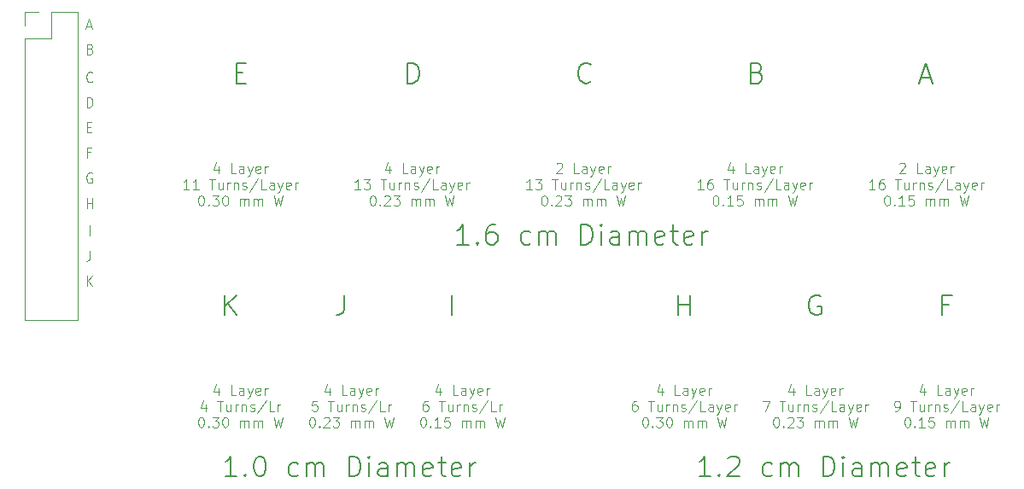
<source format=gto>
%TF.GenerationSoftware,KiCad,Pcbnew,8.0.9-8.0.9-0~ubuntu24.04.1*%
%TF.CreationDate,2025-06-12T22:50:16-04:00*%
%TF.ProjectId,CoilTest,436f696c-5465-4737-942e-6b696361645f,0.0*%
%TF.SameCoordinates,Original*%
%TF.FileFunction,Legend,Top*%
%TF.FilePolarity,Positive*%
%FSLAX46Y46*%
G04 Gerber Fmt 4.6, Leading zero omitted, Abs format (unit mm)*
G04 Created by KiCad (PCBNEW 8.0.9-8.0.9-0~ubuntu24.04.1) date 2025-06-12 22:50:16*
%MOMM*%
%LPD*%
G01*
G04 APERTURE LIST*
%ADD10C,0.100000*%
%ADD11C,0.200000*%
%ADD12C,0.120000*%
%ADD13R,1.700000X1.700000*%
%ADD14O,1.700000X1.700000*%
G04 APERTURE END LIST*
D10*
X153357142Y-65747769D02*
X153404761Y-65700150D01*
X153404761Y-65700150D02*
X153499999Y-65652531D01*
X153499999Y-65652531D02*
X153738094Y-65652531D01*
X153738094Y-65652531D02*
X153833332Y-65700150D01*
X153833332Y-65700150D02*
X153880951Y-65747769D01*
X153880951Y-65747769D02*
X153928570Y-65843007D01*
X153928570Y-65843007D02*
X153928570Y-65938245D01*
X153928570Y-65938245D02*
X153880951Y-66081102D01*
X153880951Y-66081102D02*
X153309523Y-66652531D01*
X153309523Y-66652531D02*
X153928570Y-66652531D01*
X155595237Y-66652531D02*
X155119047Y-66652531D01*
X155119047Y-66652531D02*
X155119047Y-65652531D01*
X156357142Y-66652531D02*
X156357142Y-66128721D01*
X156357142Y-66128721D02*
X156309523Y-66033483D01*
X156309523Y-66033483D02*
X156214285Y-65985864D01*
X156214285Y-65985864D02*
X156023809Y-65985864D01*
X156023809Y-65985864D02*
X155928571Y-66033483D01*
X156357142Y-66604912D02*
X156261904Y-66652531D01*
X156261904Y-66652531D02*
X156023809Y-66652531D01*
X156023809Y-66652531D02*
X155928571Y-66604912D01*
X155928571Y-66604912D02*
X155880952Y-66509673D01*
X155880952Y-66509673D02*
X155880952Y-66414435D01*
X155880952Y-66414435D02*
X155928571Y-66319197D01*
X155928571Y-66319197D02*
X156023809Y-66271578D01*
X156023809Y-66271578D02*
X156261904Y-66271578D01*
X156261904Y-66271578D02*
X156357142Y-66223959D01*
X156738095Y-65985864D02*
X156976190Y-66652531D01*
X157214285Y-65985864D02*
X156976190Y-66652531D01*
X156976190Y-66652531D02*
X156880952Y-66890626D01*
X156880952Y-66890626D02*
X156833333Y-66938245D01*
X156833333Y-66938245D02*
X156738095Y-66985864D01*
X157976190Y-66604912D02*
X157880952Y-66652531D01*
X157880952Y-66652531D02*
X157690476Y-66652531D01*
X157690476Y-66652531D02*
X157595238Y-66604912D01*
X157595238Y-66604912D02*
X157547619Y-66509673D01*
X157547619Y-66509673D02*
X157547619Y-66128721D01*
X157547619Y-66128721D02*
X157595238Y-66033483D01*
X157595238Y-66033483D02*
X157690476Y-65985864D01*
X157690476Y-65985864D02*
X157880952Y-65985864D01*
X157880952Y-65985864D02*
X157976190Y-66033483D01*
X157976190Y-66033483D02*
X158023809Y-66128721D01*
X158023809Y-66128721D02*
X158023809Y-66223959D01*
X158023809Y-66223959D02*
X157547619Y-66319197D01*
X158452381Y-66652531D02*
X158452381Y-65985864D01*
X158452381Y-66176340D02*
X158500000Y-66081102D01*
X158500000Y-66081102D02*
X158547619Y-66033483D01*
X158547619Y-66033483D02*
X158642857Y-65985864D01*
X158642857Y-65985864D02*
X158738095Y-65985864D01*
X150928570Y-68262475D02*
X150357142Y-68262475D01*
X150642856Y-68262475D02*
X150642856Y-67262475D01*
X150642856Y-67262475D02*
X150547618Y-67405332D01*
X150547618Y-67405332D02*
X150452380Y-67500570D01*
X150452380Y-67500570D02*
X150357142Y-67548189D01*
X151261904Y-67262475D02*
X151880951Y-67262475D01*
X151880951Y-67262475D02*
X151547618Y-67643427D01*
X151547618Y-67643427D02*
X151690475Y-67643427D01*
X151690475Y-67643427D02*
X151785713Y-67691046D01*
X151785713Y-67691046D02*
X151833332Y-67738665D01*
X151833332Y-67738665D02*
X151880951Y-67833903D01*
X151880951Y-67833903D02*
X151880951Y-68071998D01*
X151880951Y-68071998D02*
X151833332Y-68167236D01*
X151833332Y-68167236D02*
X151785713Y-68214856D01*
X151785713Y-68214856D02*
X151690475Y-68262475D01*
X151690475Y-68262475D02*
X151404761Y-68262475D01*
X151404761Y-68262475D02*
X151309523Y-68214856D01*
X151309523Y-68214856D02*
X151261904Y-68167236D01*
X152928571Y-67262475D02*
X153499999Y-67262475D01*
X153214285Y-68262475D02*
X153214285Y-67262475D01*
X154261904Y-67595808D02*
X154261904Y-68262475D01*
X153833333Y-67595808D02*
X153833333Y-68119617D01*
X153833333Y-68119617D02*
X153880952Y-68214856D01*
X153880952Y-68214856D02*
X153976190Y-68262475D01*
X153976190Y-68262475D02*
X154119047Y-68262475D01*
X154119047Y-68262475D02*
X154214285Y-68214856D01*
X154214285Y-68214856D02*
X154261904Y-68167236D01*
X154738095Y-68262475D02*
X154738095Y-67595808D01*
X154738095Y-67786284D02*
X154785714Y-67691046D01*
X154785714Y-67691046D02*
X154833333Y-67643427D01*
X154833333Y-67643427D02*
X154928571Y-67595808D01*
X154928571Y-67595808D02*
X155023809Y-67595808D01*
X155357143Y-67595808D02*
X155357143Y-68262475D01*
X155357143Y-67691046D02*
X155404762Y-67643427D01*
X155404762Y-67643427D02*
X155500000Y-67595808D01*
X155500000Y-67595808D02*
X155642857Y-67595808D01*
X155642857Y-67595808D02*
X155738095Y-67643427D01*
X155738095Y-67643427D02*
X155785714Y-67738665D01*
X155785714Y-67738665D02*
X155785714Y-68262475D01*
X156214286Y-68214856D02*
X156309524Y-68262475D01*
X156309524Y-68262475D02*
X156500000Y-68262475D01*
X156500000Y-68262475D02*
X156595238Y-68214856D01*
X156595238Y-68214856D02*
X156642857Y-68119617D01*
X156642857Y-68119617D02*
X156642857Y-68071998D01*
X156642857Y-68071998D02*
X156595238Y-67976760D01*
X156595238Y-67976760D02*
X156500000Y-67929141D01*
X156500000Y-67929141D02*
X156357143Y-67929141D01*
X156357143Y-67929141D02*
X156261905Y-67881522D01*
X156261905Y-67881522D02*
X156214286Y-67786284D01*
X156214286Y-67786284D02*
X156214286Y-67738665D01*
X156214286Y-67738665D02*
X156261905Y-67643427D01*
X156261905Y-67643427D02*
X156357143Y-67595808D01*
X156357143Y-67595808D02*
X156500000Y-67595808D01*
X156500000Y-67595808D02*
X156595238Y-67643427D01*
X157785714Y-67214856D02*
X156928572Y-68500570D01*
X158595238Y-68262475D02*
X158119048Y-68262475D01*
X158119048Y-68262475D02*
X158119048Y-67262475D01*
X159357143Y-68262475D02*
X159357143Y-67738665D01*
X159357143Y-67738665D02*
X159309524Y-67643427D01*
X159309524Y-67643427D02*
X159214286Y-67595808D01*
X159214286Y-67595808D02*
X159023810Y-67595808D01*
X159023810Y-67595808D02*
X158928572Y-67643427D01*
X159357143Y-68214856D02*
X159261905Y-68262475D01*
X159261905Y-68262475D02*
X159023810Y-68262475D01*
X159023810Y-68262475D02*
X158928572Y-68214856D01*
X158928572Y-68214856D02*
X158880953Y-68119617D01*
X158880953Y-68119617D02*
X158880953Y-68024379D01*
X158880953Y-68024379D02*
X158928572Y-67929141D01*
X158928572Y-67929141D02*
X159023810Y-67881522D01*
X159023810Y-67881522D02*
X159261905Y-67881522D01*
X159261905Y-67881522D02*
X159357143Y-67833903D01*
X159738096Y-67595808D02*
X159976191Y-68262475D01*
X160214286Y-67595808D02*
X159976191Y-68262475D01*
X159976191Y-68262475D02*
X159880953Y-68500570D01*
X159880953Y-68500570D02*
X159833334Y-68548189D01*
X159833334Y-68548189D02*
X159738096Y-68595808D01*
X160976191Y-68214856D02*
X160880953Y-68262475D01*
X160880953Y-68262475D02*
X160690477Y-68262475D01*
X160690477Y-68262475D02*
X160595239Y-68214856D01*
X160595239Y-68214856D02*
X160547620Y-68119617D01*
X160547620Y-68119617D02*
X160547620Y-67738665D01*
X160547620Y-67738665D02*
X160595239Y-67643427D01*
X160595239Y-67643427D02*
X160690477Y-67595808D01*
X160690477Y-67595808D02*
X160880953Y-67595808D01*
X160880953Y-67595808D02*
X160976191Y-67643427D01*
X160976191Y-67643427D02*
X161023810Y-67738665D01*
X161023810Y-67738665D02*
X161023810Y-67833903D01*
X161023810Y-67833903D02*
X160547620Y-67929141D01*
X161452382Y-68262475D02*
X161452382Y-67595808D01*
X161452382Y-67786284D02*
X161500001Y-67691046D01*
X161500001Y-67691046D02*
X161547620Y-67643427D01*
X161547620Y-67643427D02*
X161642858Y-67595808D01*
X161642858Y-67595808D02*
X161738096Y-67595808D01*
X152095238Y-68872419D02*
X152190476Y-68872419D01*
X152190476Y-68872419D02*
X152285714Y-68920038D01*
X152285714Y-68920038D02*
X152333333Y-68967657D01*
X152333333Y-68967657D02*
X152380952Y-69062895D01*
X152380952Y-69062895D02*
X152428571Y-69253371D01*
X152428571Y-69253371D02*
X152428571Y-69491466D01*
X152428571Y-69491466D02*
X152380952Y-69681942D01*
X152380952Y-69681942D02*
X152333333Y-69777180D01*
X152333333Y-69777180D02*
X152285714Y-69824800D01*
X152285714Y-69824800D02*
X152190476Y-69872419D01*
X152190476Y-69872419D02*
X152095238Y-69872419D01*
X152095238Y-69872419D02*
X152000000Y-69824800D01*
X152000000Y-69824800D02*
X151952381Y-69777180D01*
X151952381Y-69777180D02*
X151904762Y-69681942D01*
X151904762Y-69681942D02*
X151857143Y-69491466D01*
X151857143Y-69491466D02*
X151857143Y-69253371D01*
X151857143Y-69253371D02*
X151904762Y-69062895D01*
X151904762Y-69062895D02*
X151952381Y-68967657D01*
X151952381Y-68967657D02*
X152000000Y-68920038D01*
X152000000Y-68920038D02*
X152095238Y-68872419D01*
X152857143Y-69777180D02*
X152904762Y-69824800D01*
X152904762Y-69824800D02*
X152857143Y-69872419D01*
X152857143Y-69872419D02*
X152809524Y-69824800D01*
X152809524Y-69824800D02*
X152857143Y-69777180D01*
X152857143Y-69777180D02*
X152857143Y-69872419D01*
X153285714Y-68967657D02*
X153333333Y-68920038D01*
X153333333Y-68920038D02*
X153428571Y-68872419D01*
X153428571Y-68872419D02*
X153666666Y-68872419D01*
X153666666Y-68872419D02*
X153761904Y-68920038D01*
X153761904Y-68920038D02*
X153809523Y-68967657D01*
X153809523Y-68967657D02*
X153857142Y-69062895D01*
X153857142Y-69062895D02*
X153857142Y-69158133D01*
X153857142Y-69158133D02*
X153809523Y-69300990D01*
X153809523Y-69300990D02*
X153238095Y-69872419D01*
X153238095Y-69872419D02*
X153857142Y-69872419D01*
X154190476Y-68872419D02*
X154809523Y-68872419D01*
X154809523Y-68872419D02*
X154476190Y-69253371D01*
X154476190Y-69253371D02*
X154619047Y-69253371D01*
X154619047Y-69253371D02*
X154714285Y-69300990D01*
X154714285Y-69300990D02*
X154761904Y-69348609D01*
X154761904Y-69348609D02*
X154809523Y-69443847D01*
X154809523Y-69443847D02*
X154809523Y-69681942D01*
X154809523Y-69681942D02*
X154761904Y-69777180D01*
X154761904Y-69777180D02*
X154714285Y-69824800D01*
X154714285Y-69824800D02*
X154619047Y-69872419D01*
X154619047Y-69872419D02*
X154333333Y-69872419D01*
X154333333Y-69872419D02*
X154238095Y-69824800D01*
X154238095Y-69824800D02*
X154190476Y-69777180D01*
X156000000Y-69872419D02*
X156000000Y-69205752D01*
X156000000Y-69300990D02*
X156047619Y-69253371D01*
X156047619Y-69253371D02*
X156142857Y-69205752D01*
X156142857Y-69205752D02*
X156285714Y-69205752D01*
X156285714Y-69205752D02*
X156380952Y-69253371D01*
X156380952Y-69253371D02*
X156428571Y-69348609D01*
X156428571Y-69348609D02*
X156428571Y-69872419D01*
X156428571Y-69348609D02*
X156476190Y-69253371D01*
X156476190Y-69253371D02*
X156571428Y-69205752D01*
X156571428Y-69205752D02*
X156714285Y-69205752D01*
X156714285Y-69205752D02*
X156809524Y-69253371D01*
X156809524Y-69253371D02*
X156857143Y-69348609D01*
X156857143Y-69348609D02*
X156857143Y-69872419D01*
X157333333Y-69872419D02*
X157333333Y-69205752D01*
X157333333Y-69300990D02*
X157380952Y-69253371D01*
X157380952Y-69253371D02*
X157476190Y-69205752D01*
X157476190Y-69205752D02*
X157619047Y-69205752D01*
X157619047Y-69205752D02*
X157714285Y-69253371D01*
X157714285Y-69253371D02*
X157761904Y-69348609D01*
X157761904Y-69348609D02*
X157761904Y-69872419D01*
X157761904Y-69348609D02*
X157809523Y-69253371D01*
X157809523Y-69253371D02*
X157904761Y-69205752D01*
X157904761Y-69205752D02*
X158047618Y-69205752D01*
X158047618Y-69205752D02*
X158142857Y-69253371D01*
X158142857Y-69253371D02*
X158190476Y-69348609D01*
X158190476Y-69348609D02*
X158190476Y-69872419D01*
X159333333Y-68872419D02*
X159571428Y-69872419D01*
X159571428Y-69872419D02*
X159761904Y-69158133D01*
X159761904Y-69158133D02*
X159952380Y-69872419D01*
X159952380Y-69872419D02*
X160190476Y-68872419D01*
X107137217Y-54348609D02*
X107280074Y-54396228D01*
X107280074Y-54396228D02*
X107327693Y-54443847D01*
X107327693Y-54443847D02*
X107375312Y-54539085D01*
X107375312Y-54539085D02*
X107375312Y-54681942D01*
X107375312Y-54681942D02*
X107327693Y-54777180D01*
X107327693Y-54777180D02*
X107280074Y-54824800D01*
X107280074Y-54824800D02*
X107184836Y-54872419D01*
X107184836Y-54872419D02*
X106803884Y-54872419D01*
X106803884Y-54872419D02*
X106803884Y-53872419D01*
X106803884Y-53872419D02*
X107137217Y-53872419D01*
X107137217Y-53872419D02*
X107232455Y-53920038D01*
X107232455Y-53920038D02*
X107280074Y-53967657D01*
X107280074Y-53967657D02*
X107327693Y-54062895D01*
X107327693Y-54062895D02*
X107327693Y-54158133D01*
X107327693Y-54158133D02*
X107280074Y-54253371D01*
X107280074Y-54253371D02*
X107232455Y-54300990D01*
X107232455Y-54300990D02*
X107137217Y-54348609D01*
X107137217Y-54348609D02*
X106803884Y-54348609D01*
X141833332Y-87985864D02*
X141833332Y-88652531D01*
X141595237Y-87604912D02*
X141357142Y-88319197D01*
X141357142Y-88319197D02*
X141976189Y-88319197D01*
X143595237Y-88652531D02*
X143119047Y-88652531D01*
X143119047Y-88652531D02*
X143119047Y-87652531D01*
X144357142Y-88652531D02*
X144357142Y-88128721D01*
X144357142Y-88128721D02*
X144309523Y-88033483D01*
X144309523Y-88033483D02*
X144214285Y-87985864D01*
X144214285Y-87985864D02*
X144023809Y-87985864D01*
X144023809Y-87985864D02*
X143928571Y-88033483D01*
X144357142Y-88604912D02*
X144261904Y-88652531D01*
X144261904Y-88652531D02*
X144023809Y-88652531D01*
X144023809Y-88652531D02*
X143928571Y-88604912D01*
X143928571Y-88604912D02*
X143880952Y-88509673D01*
X143880952Y-88509673D02*
X143880952Y-88414435D01*
X143880952Y-88414435D02*
X143928571Y-88319197D01*
X143928571Y-88319197D02*
X144023809Y-88271578D01*
X144023809Y-88271578D02*
X144261904Y-88271578D01*
X144261904Y-88271578D02*
X144357142Y-88223959D01*
X144738095Y-87985864D02*
X144976190Y-88652531D01*
X145214285Y-87985864D02*
X144976190Y-88652531D01*
X144976190Y-88652531D02*
X144880952Y-88890626D01*
X144880952Y-88890626D02*
X144833333Y-88938245D01*
X144833333Y-88938245D02*
X144738095Y-88985864D01*
X145976190Y-88604912D02*
X145880952Y-88652531D01*
X145880952Y-88652531D02*
X145690476Y-88652531D01*
X145690476Y-88652531D02*
X145595238Y-88604912D01*
X145595238Y-88604912D02*
X145547619Y-88509673D01*
X145547619Y-88509673D02*
X145547619Y-88128721D01*
X145547619Y-88128721D02*
X145595238Y-88033483D01*
X145595238Y-88033483D02*
X145690476Y-87985864D01*
X145690476Y-87985864D02*
X145880952Y-87985864D01*
X145880952Y-87985864D02*
X145976190Y-88033483D01*
X145976190Y-88033483D02*
X146023809Y-88128721D01*
X146023809Y-88128721D02*
X146023809Y-88223959D01*
X146023809Y-88223959D02*
X145547619Y-88319197D01*
X146452381Y-88652531D02*
X146452381Y-87985864D01*
X146452381Y-88176340D02*
X146500000Y-88081102D01*
X146500000Y-88081102D02*
X146547619Y-88033483D01*
X146547619Y-88033483D02*
X146642857Y-87985864D01*
X146642857Y-87985864D02*
X146738095Y-87985864D01*
X140571427Y-89262475D02*
X140380951Y-89262475D01*
X140380951Y-89262475D02*
X140285713Y-89310094D01*
X140285713Y-89310094D02*
X140238094Y-89357713D01*
X140238094Y-89357713D02*
X140142856Y-89500570D01*
X140142856Y-89500570D02*
X140095237Y-89691046D01*
X140095237Y-89691046D02*
X140095237Y-90071998D01*
X140095237Y-90071998D02*
X140142856Y-90167236D01*
X140142856Y-90167236D02*
X140190475Y-90214856D01*
X140190475Y-90214856D02*
X140285713Y-90262475D01*
X140285713Y-90262475D02*
X140476189Y-90262475D01*
X140476189Y-90262475D02*
X140571427Y-90214856D01*
X140571427Y-90214856D02*
X140619046Y-90167236D01*
X140619046Y-90167236D02*
X140666665Y-90071998D01*
X140666665Y-90071998D02*
X140666665Y-89833903D01*
X140666665Y-89833903D02*
X140619046Y-89738665D01*
X140619046Y-89738665D02*
X140571427Y-89691046D01*
X140571427Y-89691046D02*
X140476189Y-89643427D01*
X140476189Y-89643427D02*
X140285713Y-89643427D01*
X140285713Y-89643427D02*
X140190475Y-89691046D01*
X140190475Y-89691046D02*
X140142856Y-89738665D01*
X140142856Y-89738665D02*
X140095237Y-89833903D01*
X141714285Y-89262475D02*
X142285713Y-89262475D01*
X141999999Y-90262475D02*
X141999999Y-89262475D01*
X143047618Y-89595808D02*
X143047618Y-90262475D01*
X142619047Y-89595808D02*
X142619047Y-90119617D01*
X142619047Y-90119617D02*
X142666666Y-90214856D01*
X142666666Y-90214856D02*
X142761904Y-90262475D01*
X142761904Y-90262475D02*
X142904761Y-90262475D01*
X142904761Y-90262475D02*
X142999999Y-90214856D01*
X142999999Y-90214856D02*
X143047618Y-90167236D01*
X143523809Y-90262475D02*
X143523809Y-89595808D01*
X143523809Y-89786284D02*
X143571428Y-89691046D01*
X143571428Y-89691046D02*
X143619047Y-89643427D01*
X143619047Y-89643427D02*
X143714285Y-89595808D01*
X143714285Y-89595808D02*
X143809523Y-89595808D01*
X144142857Y-89595808D02*
X144142857Y-90262475D01*
X144142857Y-89691046D02*
X144190476Y-89643427D01*
X144190476Y-89643427D02*
X144285714Y-89595808D01*
X144285714Y-89595808D02*
X144428571Y-89595808D01*
X144428571Y-89595808D02*
X144523809Y-89643427D01*
X144523809Y-89643427D02*
X144571428Y-89738665D01*
X144571428Y-89738665D02*
X144571428Y-90262475D01*
X145000000Y-90214856D02*
X145095238Y-90262475D01*
X145095238Y-90262475D02*
X145285714Y-90262475D01*
X145285714Y-90262475D02*
X145380952Y-90214856D01*
X145380952Y-90214856D02*
X145428571Y-90119617D01*
X145428571Y-90119617D02*
X145428571Y-90071998D01*
X145428571Y-90071998D02*
X145380952Y-89976760D01*
X145380952Y-89976760D02*
X145285714Y-89929141D01*
X145285714Y-89929141D02*
X145142857Y-89929141D01*
X145142857Y-89929141D02*
X145047619Y-89881522D01*
X145047619Y-89881522D02*
X145000000Y-89786284D01*
X145000000Y-89786284D02*
X145000000Y-89738665D01*
X145000000Y-89738665D02*
X145047619Y-89643427D01*
X145047619Y-89643427D02*
X145142857Y-89595808D01*
X145142857Y-89595808D02*
X145285714Y-89595808D01*
X145285714Y-89595808D02*
X145380952Y-89643427D01*
X146571428Y-89214856D02*
X145714286Y-90500570D01*
X147380952Y-90262475D02*
X146904762Y-90262475D01*
X146904762Y-90262475D02*
X146904762Y-89262475D01*
X147714286Y-90262475D02*
X147714286Y-89595808D01*
X147714286Y-89786284D02*
X147761905Y-89691046D01*
X147761905Y-89691046D02*
X147809524Y-89643427D01*
X147809524Y-89643427D02*
X147904762Y-89595808D01*
X147904762Y-89595808D02*
X148000000Y-89595808D01*
X140095238Y-90872419D02*
X140190476Y-90872419D01*
X140190476Y-90872419D02*
X140285714Y-90920038D01*
X140285714Y-90920038D02*
X140333333Y-90967657D01*
X140333333Y-90967657D02*
X140380952Y-91062895D01*
X140380952Y-91062895D02*
X140428571Y-91253371D01*
X140428571Y-91253371D02*
X140428571Y-91491466D01*
X140428571Y-91491466D02*
X140380952Y-91681942D01*
X140380952Y-91681942D02*
X140333333Y-91777180D01*
X140333333Y-91777180D02*
X140285714Y-91824800D01*
X140285714Y-91824800D02*
X140190476Y-91872419D01*
X140190476Y-91872419D02*
X140095238Y-91872419D01*
X140095238Y-91872419D02*
X140000000Y-91824800D01*
X140000000Y-91824800D02*
X139952381Y-91777180D01*
X139952381Y-91777180D02*
X139904762Y-91681942D01*
X139904762Y-91681942D02*
X139857143Y-91491466D01*
X139857143Y-91491466D02*
X139857143Y-91253371D01*
X139857143Y-91253371D02*
X139904762Y-91062895D01*
X139904762Y-91062895D02*
X139952381Y-90967657D01*
X139952381Y-90967657D02*
X140000000Y-90920038D01*
X140000000Y-90920038D02*
X140095238Y-90872419D01*
X140857143Y-91777180D02*
X140904762Y-91824800D01*
X140904762Y-91824800D02*
X140857143Y-91872419D01*
X140857143Y-91872419D02*
X140809524Y-91824800D01*
X140809524Y-91824800D02*
X140857143Y-91777180D01*
X140857143Y-91777180D02*
X140857143Y-91872419D01*
X141857142Y-91872419D02*
X141285714Y-91872419D01*
X141571428Y-91872419D02*
X141571428Y-90872419D01*
X141571428Y-90872419D02*
X141476190Y-91015276D01*
X141476190Y-91015276D02*
X141380952Y-91110514D01*
X141380952Y-91110514D02*
X141285714Y-91158133D01*
X142761904Y-90872419D02*
X142285714Y-90872419D01*
X142285714Y-90872419D02*
X142238095Y-91348609D01*
X142238095Y-91348609D02*
X142285714Y-91300990D01*
X142285714Y-91300990D02*
X142380952Y-91253371D01*
X142380952Y-91253371D02*
X142619047Y-91253371D01*
X142619047Y-91253371D02*
X142714285Y-91300990D01*
X142714285Y-91300990D02*
X142761904Y-91348609D01*
X142761904Y-91348609D02*
X142809523Y-91443847D01*
X142809523Y-91443847D02*
X142809523Y-91681942D01*
X142809523Y-91681942D02*
X142761904Y-91777180D01*
X142761904Y-91777180D02*
X142714285Y-91824800D01*
X142714285Y-91824800D02*
X142619047Y-91872419D01*
X142619047Y-91872419D02*
X142380952Y-91872419D01*
X142380952Y-91872419D02*
X142285714Y-91824800D01*
X142285714Y-91824800D02*
X142238095Y-91777180D01*
X144000000Y-91872419D02*
X144000000Y-91205752D01*
X144000000Y-91300990D02*
X144047619Y-91253371D01*
X144047619Y-91253371D02*
X144142857Y-91205752D01*
X144142857Y-91205752D02*
X144285714Y-91205752D01*
X144285714Y-91205752D02*
X144380952Y-91253371D01*
X144380952Y-91253371D02*
X144428571Y-91348609D01*
X144428571Y-91348609D02*
X144428571Y-91872419D01*
X144428571Y-91348609D02*
X144476190Y-91253371D01*
X144476190Y-91253371D02*
X144571428Y-91205752D01*
X144571428Y-91205752D02*
X144714285Y-91205752D01*
X144714285Y-91205752D02*
X144809524Y-91253371D01*
X144809524Y-91253371D02*
X144857143Y-91348609D01*
X144857143Y-91348609D02*
X144857143Y-91872419D01*
X145333333Y-91872419D02*
X145333333Y-91205752D01*
X145333333Y-91300990D02*
X145380952Y-91253371D01*
X145380952Y-91253371D02*
X145476190Y-91205752D01*
X145476190Y-91205752D02*
X145619047Y-91205752D01*
X145619047Y-91205752D02*
X145714285Y-91253371D01*
X145714285Y-91253371D02*
X145761904Y-91348609D01*
X145761904Y-91348609D02*
X145761904Y-91872419D01*
X145761904Y-91348609D02*
X145809523Y-91253371D01*
X145809523Y-91253371D02*
X145904761Y-91205752D01*
X145904761Y-91205752D02*
X146047618Y-91205752D01*
X146047618Y-91205752D02*
X146142857Y-91253371D01*
X146142857Y-91253371D02*
X146190476Y-91348609D01*
X146190476Y-91348609D02*
X146190476Y-91872419D01*
X147333333Y-90872419D02*
X147571428Y-91872419D01*
X147571428Y-91872419D02*
X147761904Y-91158133D01*
X147761904Y-91158133D02*
X147952380Y-91872419D01*
X147952380Y-91872419D02*
X148190476Y-90872419D01*
X107089598Y-74372419D02*
X107089598Y-75086704D01*
X107089598Y-75086704D02*
X107041979Y-75229561D01*
X107041979Y-75229561D02*
X106946741Y-75324800D01*
X106946741Y-75324800D02*
X106803884Y-75372419D01*
X106803884Y-75372419D02*
X106708646Y-75372419D01*
D11*
X192285714Y-79697219D02*
X191619047Y-79697219D01*
X191619047Y-80744838D02*
X191619047Y-78744838D01*
X191619047Y-78744838D02*
X192571428Y-78744838D01*
D10*
X107375312Y-57527180D02*
X107327693Y-57574800D01*
X107327693Y-57574800D02*
X107184836Y-57622419D01*
X107184836Y-57622419D02*
X107089598Y-57622419D01*
X107089598Y-57622419D02*
X106946741Y-57574800D01*
X106946741Y-57574800D02*
X106851503Y-57479561D01*
X106851503Y-57479561D02*
X106803884Y-57384323D01*
X106803884Y-57384323D02*
X106756265Y-57193847D01*
X106756265Y-57193847D02*
X106756265Y-57050990D01*
X106756265Y-57050990D02*
X106803884Y-56860514D01*
X106803884Y-56860514D02*
X106851503Y-56765276D01*
X106851503Y-56765276D02*
X106946741Y-56670038D01*
X106946741Y-56670038D02*
X107089598Y-56622419D01*
X107089598Y-56622419D02*
X107184836Y-56622419D01*
X107184836Y-56622419D02*
X107327693Y-56670038D01*
X107327693Y-56670038D02*
X107375312Y-56717657D01*
X119833332Y-65985864D02*
X119833332Y-66652531D01*
X119595237Y-65604912D02*
X119357142Y-66319197D01*
X119357142Y-66319197D02*
X119976189Y-66319197D01*
X121595237Y-66652531D02*
X121119047Y-66652531D01*
X121119047Y-66652531D02*
X121119047Y-65652531D01*
X122357142Y-66652531D02*
X122357142Y-66128721D01*
X122357142Y-66128721D02*
X122309523Y-66033483D01*
X122309523Y-66033483D02*
X122214285Y-65985864D01*
X122214285Y-65985864D02*
X122023809Y-65985864D01*
X122023809Y-65985864D02*
X121928571Y-66033483D01*
X122357142Y-66604912D02*
X122261904Y-66652531D01*
X122261904Y-66652531D02*
X122023809Y-66652531D01*
X122023809Y-66652531D02*
X121928571Y-66604912D01*
X121928571Y-66604912D02*
X121880952Y-66509673D01*
X121880952Y-66509673D02*
X121880952Y-66414435D01*
X121880952Y-66414435D02*
X121928571Y-66319197D01*
X121928571Y-66319197D02*
X122023809Y-66271578D01*
X122023809Y-66271578D02*
X122261904Y-66271578D01*
X122261904Y-66271578D02*
X122357142Y-66223959D01*
X122738095Y-65985864D02*
X122976190Y-66652531D01*
X123214285Y-65985864D02*
X122976190Y-66652531D01*
X122976190Y-66652531D02*
X122880952Y-66890626D01*
X122880952Y-66890626D02*
X122833333Y-66938245D01*
X122833333Y-66938245D02*
X122738095Y-66985864D01*
X123976190Y-66604912D02*
X123880952Y-66652531D01*
X123880952Y-66652531D02*
X123690476Y-66652531D01*
X123690476Y-66652531D02*
X123595238Y-66604912D01*
X123595238Y-66604912D02*
X123547619Y-66509673D01*
X123547619Y-66509673D02*
X123547619Y-66128721D01*
X123547619Y-66128721D02*
X123595238Y-66033483D01*
X123595238Y-66033483D02*
X123690476Y-65985864D01*
X123690476Y-65985864D02*
X123880952Y-65985864D01*
X123880952Y-65985864D02*
X123976190Y-66033483D01*
X123976190Y-66033483D02*
X124023809Y-66128721D01*
X124023809Y-66128721D02*
X124023809Y-66223959D01*
X124023809Y-66223959D02*
X123547619Y-66319197D01*
X124452381Y-66652531D02*
X124452381Y-65985864D01*
X124452381Y-66176340D02*
X124500000Y-66081102D01*
X124500000Y-66081102D02*
X124547619Y-66033483D01*
X124547619Y-66033483D02*
X124642857Y-65985864D01*
X124642857Y-65985864D02*
X124738095Y-65985864D01*
X116928570Y-68262475D02*
X116357142Y-68262475D01*
X116642856Y-68262475D02*
X116642856Y-67262475D01*
X116642856Y-67262475D02*
X116547618Y-67405332D01*
X116547618Y-67405332D02*
X116452380Y-67500570D01*
X116452380Y-67500570D02*
X116357142Y-67548189D01*
X117880951Y-68262475D02*
X117309523Y-68262475D01*
X117595237Y-68262475D02*
X117595237Y-67262475D01*
X117595237Y-67262475D02*
X117499999Y-67405332D01*
X117499999Y-67405332D02*
X117404761Y-67500570D01*
X117404761Y-67500570D02*
X117309523Y-67548189D01*
X118928571Y-67262475D02*
X119499999Y-67262475D01*
X119214285Y-68262475D02*
X119214285Y-67262475D01*
X120261904Y-67595808D02*
X120261904Y-68262475D01*
X119833333Y-67595808D02*
X119833333Y-68119617D01*
X119833333Y-68119617D02*
X119880952Y-68214856D01*
X119880952Y-68214856D02*
X119976190Y-68262475D01*
X119976190Y-68262475D02*
X120119047Y-68262475D01*
X120119047Y-68262475D02*
X120214285Y-68214856D01*
X120214285Y-68214856D02*
X120261904Y-68167236D01*
X120738095Y-68262475D02*
X120738095Y-67595808D01*
X120738095Y-67786284D02*
X120785714Y-67691046D01*
X120785714Y-67691046D02*
X120833333Y-67643427D01*
X120833333Y-67643427D02*
X120928571Y-67595808D01*
X120928571Y-67595808D02*
X121023809Y-67595808D01*
X121357143Y-67595808D02*
X121357143Y-68262475D01*
X121357143Y-67691046D02*
X121404762Y-67643427D01*
X121404762Y-67643427D02*
X121500000Y-67595808D01*
X121500000Y-67595808D02*
X121642857Y-67595808D01*
X121642857Y-67595808D02*
X121738095Y-67643427D01*
X121738095Y-67643427D02*
X121785714Y-67738665D01*
X121785714Y-67738665D02*
X121785714Y-68262475D01*
X122214286Y-68214856D02*
X122309524Y-68262475D01*
X122309524Y-68262475D02*
X122500000Y-68262475D01*
X122500000Y-68262475D02*
X122595238Y-68214856D01*
X122595238Y-68214856D02*
X122642857Y-68119617D01*
X122642857Y-68119617D02*
X122642857Y-68071998D01*
X122642857Y-68071998D02*
X122595238Y-67976760D01*
X122595238Y-67976760D02*
X122500000Y-67929141D01*
X122500000Y-67929141D02*
X122357143Y-67929141D01*
X122357143Y-67929141D02*
X122261905Y-67881522D01*
X122261905Y-67881522D02*
X122214286Y-67786284D01*
X122214286Y-67786284D02*
X122214286Y-67738665D01*
X122214286Y-67738665D02*
X122261905Y-67643427D01*
X122261905Y-67643427D02*
X122357143Y-67595808D01*
X122357143Y-67595808D02*
X122500000Y-67595808D01*
X122500000Y-67595808D02*
X122595238Y-67643427D01*
X123785714Y-67214856D02*
X122928572Y-68500570D01*
X124595238Y-68262475D02*
X124119048Y-68262475D01*
X124119048Y-68262475D02*
X124119048Y-67262475D01*
X125357143Y-68262475D02*
X125357143Y-67738665D01*
X125357143Y-67738665D02*
X125309524Y-67643427D01*
X125309524Y-67643427D02*
X125214286Y-67595808D01*
X125214286Y-67595808D02*
X125023810Y-67595808D01*
X125023810Y-67595808D02*
X124928572Y-67643427D01*
X125357143Y-68214856D02*
X125261905Y-68262475D01*
X125261905Y-68262475D02*
X125023810Y-68262475D01*
X125023810Y-68262475D02*
X124928572Y-68214856D01*
X124928572Y-68214856D02*
X124880953Y-68119617D01*
X124880953Y-68119617D02*
X124880953Y-68024379D01*
X124880953Y-68024379D02*
X124928572Y-67929141D01*
X124928572Y-67929141D02*
X125023810Y-67881522D01*
X125023810Y-67881522D02*
X125261905Y-67881522D01*
X125261905Y-67881522D02*
X125357143Y-67833903D01*
X125738096Y-67595808D02*
X125976191Y-68262475D01*
X126214286Y-67595808D02*
X125976191Y-68262475D01*
X125976191Y-68262475D02*
X125880953Y-68500570D01*
X125880953Y-68500570D02*
X125833334Y-68548189D01*
X125833334Y-68548189D02*
X125738096Y-68595808D01*
X126976191Y-68214856D02*
X126880953Y-68262475D01*
X126880953Y-68262475D02*
X126690477Y-68262475D01*
X126690477Y-68262475D02*
X126595239Y-68214856D01*
X126595239Y-68214856D02*
X126547620Y-68119617D01*
X126547620Y-68119617D02*
X126547620Y-67738665D01*
X126547620Y-67738665D02*
X126595239Y-67643427D01*
X126595239Y-67643427D02*
X126690477Y-67595808D01*
X126690477Y-67595808D02*
X126880953Y-67595808D01*
X126880953Y-67595808D02*
X126976191Y-67643427D01*
X126976191Y-67643427D02*
X127023810Y-67738665D01*
X127023810Y-67738665D02*
X127023810Y-67833903D01*
X127023810Y-67833903D02*
X126547620Y-67929141D01*
X127452382Y-68262475D02*
X127452382Y-67595808D01*
X127452382Y-67786284D02*
X127500001Y-67691046D01*
X127500001Y-67691046D02*
X127547620Y-67643427D01*
X127547620Y-67643427D02*
X127642858Y-67595808D01*
X127642858Y-67595808D02*
X127738096Y-67595808D01*
X118095238Y-68872419D02*
X118190476Y-68872419D01*
X118190476Y-68872419D02*
X118285714Y-68920038D01*
X118285714Y-68920038D02*
X118333333Y-68967657D01*
X118333333Y-68967657D02*
X118380952Y-69062895D01*
X118380952Y-69062895D02*
X118428571Y-69253371D01*
X118428571Y-69253371D02*
X118428571Y-69491466D01*
X118428571Y-69491466D02*
X118380952Y-69681942D01*
X118380952Y-69681942D02*
X118333333Y-69777180D01*
X118333333Y-69777180D02*
X118285714Y-69824800D01*
X118285714Y-69824800D02*
X118190476Y-69872419D01*
X118190476Y-69872419D02*
X118095238Y-69872419D01*
X118095238Y-69872419D02*
X118000000Y-69824800D01*
X118000000Y-69824800D02*
X117952381Y-69777180D01*
X117952381Y-69777180D02*
X117904762Y-69681942D01*
X117904762Y-69681942D02*
X117857143Y-69491466D01*
X117857143Y-69491466D02*
X117857143Y-69253371D01*
X117857143Y-69253371D02*
X117904762Y-69062895D01*
X117904762Y-69062895D02*
X117952381Y-68967657D01*
X117952381Y-68967657D02*
X118000000Y-68920038D01*
X118000000Y-68920038D02*
X118095238Y-68872419D01*
X118857143Y-69777180D02*
X118904762Y-69824800D01*
X118904762Y-69824800D02*
X118857143Y-69872419D01*
X118857143Y-69872419D02*
X118809524Y-69824800D01*
X118809524Y-69824800D02*
X118857143Y-69777180D01*
X118857143Y-69777180D02*
X118857143Y-69872419D01*
X119238095Y-68872419D02*
X119857142Y-68872419D01*
X119857142Y-68872419D02*
X119523809Y-69253371D01*
X119523809Y-69253371D02*
X119666666Y-69253371D01*
X119666666Y-69253371D02*
X119761904Y-69300990D01*
X119761904Y-69300990D02*
X119809523Y-69348609D01*
X119809523Y-69348609D02*
X119857142Y-69443847D01*
X119857142Y-69443847D02*
X119857142Y-69681942D01*
X119857142Y-69681942D02*
X119809523Y-69777180D01*
X119809523Y-69777180D02*
X119761904Y-69824800D01*
X119761904Y-69824800D02*
X119666666Y-69872419D01*
X119666666Y-69872419D02*
X119380952Y-69872419D01*
X119380952Y-69872419D02*
X119285714Y-69824800D01*
X119285714Y-69824800D02*
X119238095Y-69777180D01*
X120476190Y-68872419D02*
X120571428Y-68872419D01*
X120571428Y-68872419D02*
X120666666Y-68920038D01*
X120666666Y-68920038D02*
X120714285Y-68967657D01*
X120714285Y-68967657D02*
X120761904Y-69062895D01*
X120761904Y-69062895D02*
X120809523Y-69253371D01*
X120809523Y-69253371D02*
X120809523Y-69491466D01*
X120809523Y-69491466D02*
X120761904Y-69681942D01*
X120761904Y-69681942D02*
X120714285Y-69777180D01*
X120714285Y-69777180D02*
X120666666Y-69824800D01*
X120666666Y-69824800D02*
X120571428Y-69872419D01*
X120571428Y-69872419D02*
X120476190Y-69872419D01*
X120476190Y-69872419D02*
X120380952Y-69824800D01*
X120380952Y-69824800D02*
X120333333Y-69777180D01*
X120333333Y-69777180D02*
X120285714Y-69681942D01*
X120285714Y-69681942D02*
X120238095Y-69491466D01*
X120238095Y-69491466D02*
X120238095Y-69253371D01*
X120238095Y-69253371D02*
X120285714Y-69062895D01*
X120285714Y-69062895D02*
X120333333Y-68967657D01*
X120333333Y-68967657D02*
X120380952Y-68920038D01*
X120380952Y-68920038D02*
X120476190Y-68872419D01*
X122000000Y-69872419D02*
X122000000Y-69205752D01*
X122000000Y-69300990D02*
X122047619Y-69253371D01*
X122047619Y-69253371D02*
X122142857Y-69205752D01*
X122142857Y-69205752D02*
X122285714Y-69205752D01*
X122285714Y-69205752D02*
X122380952Y-69253371D01*
X122380952Y-69253371D02*
X122428571Y-69348609D01*
X122428571Y-69348609D02*
X122428571Y-69872419D01*
X122428571Y-69348609D02*
X122476190Y-69253371D01*
X122476190Y-69253371D02*
X122571428Y-69205752D01*
X122571428Y-69205752D02*
X122714285Y-69205752D01*
X122714285Y-69205752D02*
X122809524Y-69253371D01*
X122809524Y-69253371D02*
X122857143Y-69348609D01*
X122857143Y-69348609D02*
X122857143Y-69872419D01*
X123333333Y-69872419D02*
X123333333Y-69205752D01*
X123333333Y-69300990D02*
X123380952Y-69253371D01*
X123380952Y-69253371D02*
X123476190Y-69205752D01*
X123476190Y-69205752D02*
X123619047Y-69205752D01*
X123619047Y-69205752D02*
X123714285Y-69253371D01*
X123714285Y-69253371D02*
X123761904Y-69348609D01*
X123761904Y-69348609D02*
X123761904Y-69872419D01*
X123761904Y-69348609D02*
X123809523Y-69253371D01*
X123809523Y-69253371D02*
X123904761Y-69205752D01*
X123904761Y-69205752D02*
X124047618Y-69205752D01*
X124047618Y-69205752D02*
X124142857Y-69253371D01*
X124142857Y-69253371D02*
X124190476Y-69348609D01*
X124190476Y-69348609D02*
X124190476Y-69872419D01*
X125333333Y-68872419D02*
X125571428Y-69872419D01*
X125571428Y-69872419D02*
X125761904Y-69158133D01*
X125761904Y-69158133D02*
X125952380Y-69872419D01*
X125952380Y-69872419D02*
X126190476Y-68872419D01*
X107053884Y-72872419D02*
X107053884Y-71872419D01*
X130833332Y-87985864D02*
X130833332Y-88652531D01*
X130595237Y-87604912D02*
X130357142Y-88319197D01*
X130357142Y-88319197D02*
X130976189Y-88319197D01*
X132595237Y-88652531D02*
X132119047Y-88652531D01*
X132119047Y-88652531D02*
X132119047Y-87652531D01*
X133357142Y-88652531D02*
X133357142Y-88128721D01*
X133357142Y-88128721D02*
X133309523Y-88033483D01*
X133309523Y-88033483D02*
X133214285Y-87985864D01*
X133214285Y-87985864D02*
X133023809Y-87985864D01*
X133023809Y-87985864D02*
X132928571Y-88033483D01*
X133357142Y-88604912D02*
X133261904Y-88652531D01*
X133261904Y-88652531D02*
X133023809Y-88652531D01*
X133023809Y-88652531D02*
X132928571Y-88604912D01*
X132928571Y-88604912D02*
X132880952Y-88509673D01*
X132880952Y-88509673D02*
X132880952Y-88414435D01*
X132880952Y-88414435D02*
X132928571Y-88319197D01*
X132928571Y-88319197D02*
X133023809Y-88271578D01*
X133023809Y-88271578D02*
X133261904Y-88271578D01*
X133261904Y-88271578D02*
X133357142Y-88223959D01*
X133738095Y-87985864D02*
X133976190Y-88652531D01*
X134214285Y-87985864D02*
X133976190Y-88652531D01*
X133976190Y-88652531D02*
X133880952Y-88890626D01*
X133880952Y-88890626D02*
X133833333Y-88938245D01*
X133833333Y-88938245D02*
X133738095Y-88985864D01*
X134976190Y-88604912D02*
X134880952Y-88652531D01*
X134880952Y-88652531D02*
X134690476Y-88652531D01*
X134690476Y-88652531D02*
X134595238Y-88604912D01*
X134595238Y-88604912D02*
X134547619Y-88509673D01*
X134547619Y-88509673D02*
X134547619Y-88128721D01*
X134547619Y-88128721D02*
X134595238Y-88033483D01*
X134595238Y-88033483D02*
X134690476Y-87985864D01*
X134690476Y-87985864D02*
X134880952Y-87985864D01*
X134880952Y-87985864D02*
X134976190Y-88033483D01*
X134976190Y-88033483D02*
X135023809Y-88128721D01*
X135023809Y-88128721D02*
X135023809Y-88223959D01*
X135023809Y-88223959D02*
X134547619Y-88319197D01*
X135452381Y-88652531D02*
X135452381Y-87985864D01*
X135452381Y-88176340D02*
X135500000Y-88081102D01*
X135500000Y-88081102D02*
X135547619Y-88033483D01*
X135547619Y-88033483D02*
X135642857Y-87985864D01*
X135642857Y-87985864D02*
X135738095Y-87985864D01*
X129619046Y-89262475D02*
X129142856Y-89262475D01*
X129142856Y-89262475D02*
X129095237Y-89738665D01*
X129095237Y-89738665D02*
X129142856Y-89691046D01*
X129142856Y-89691046D02*
X129238094Y-89643427D01*
X129238094Y-89643427D02*
X129476189Y-89643427D01*
X129476189Y-89643427D02*
X129571427Y-89691046D01*
X129571427Y-89691046D02*
X129619046Y-89738665D01*
X129619046Y-89738665D02*
X129666665Y-89833903D01*
X129666665Y-89833903D02*
X129666665Y-90071998D01*
X129666665Y-90071998D02*
X129619046Y-90167236D01*
X129619046Y-90167236D02*
X129571427Y-90214856D01*
X129571427Y-90214856D02*
X129476189Y-90262475D01*
X129476189Y-90262475D02*
X129238094Y-90262475D01*
X129238094Y-90262475D02*
X129142856Y-90214856D01*
X129142856Y-90214856D02*
X129095237Y-90167236D01*
X130714285Y-89262475D02*
X131285713Y-89262475D01*
X130999999Y-90262475D02*
X130999999Y-89262475D01*
X132047618Y-89595808D02*
X132047618Y-90262475D01*
X131619047Y-89595808D02*
X131619047Y-90119617D01*
X131619047Y-90119617D02*
X131666666Y-90214856D01*
X131666666Y-90214856D02*
X131761904Y-90262475D01*
X131761904Y-90262475D02*
X131904761Y-90262475D01*
X131904761Y-90262475D02*
X131999999Y-90214856D01*
X131999999Y-90214856D02*
X132047618Y-90167236D01*
X132523809Y-90262475D02*
X132523809Y-89595808D01*
X132523809Y-89786284D02*
X132571428Y-89691046D01*
X132571428Y-89691046D02*
X132619047Y-89643427D01*
X132619047Y-89643427D02*
X132714285Y-89595808D01*
X132714285Y-89595808D02*
X132809523Y-89595808D01*
X133142857Y-89595808D02*
X133142857Y-90262475D01*
X133142857Y-89691046D02*
X133190476Y-89643427D01*
X133190476Y-89643427D02*
X133285714Y-89595808D01*
X133285714Y-89595808D02*
X133428571Y-89595808D01*
X133428571Y-89595808D02*
X133523809Y-89643427D01*
X133523809Y-89643427D02*
X133571428Y-89738665D01*
X133571428Y-89738665D02*
X133571428Y-90262475D01*
X134000000Y-90214856D02*
X134095238Y-90262475D01*
X134095238Y-90262475D02*
X134285714Y-90262475D01*
X134285714Y-90262475D02*
X134380952Y-90214856D01*
X134380952Y-90214856D02*
X134428571Y-90119617D01*
X134428571Y-90119617D02*
X134428571Y-90071998D01*
X134428571Y-90071998D02*
X134380952Y-89976760D01*
X134380952Y-89976760D02*
X134285714Y-89929141D01*
X134285714Y-89929141D02*
X134142857Y-89929141D01*
X134142857Y-89929141D02*
X134047619Y-89881522D01*
X134047619Y-89881522D02*
X134000000Y-89786284D01*
X134000000Y-89786284D02*
X134000000Y-89738665D01*
X134000000Y-89738665D02*
X134047619Y-89643427D01*
X134047619Y-89643427D02*
X134142857Y-89595808D01*
X134142857Y-89595808D02*
X134285714Y-89595808D01*
X134285714Y-89595808D02*
X134380952Y-89643427D01*
X135571428Y-89214856D02*
X134714286Y-90500570D01*
X136380952Y-90262475D02*
X135904762Y-90262475D01*
X135904762Y-90262475D02*
X135904762Y-89262475D01*
X136714286Y-90262475D02*
X136714286Y-89595808D01*
X136714286Y-89786284D02*
X136761905Y-89691046D01*
X136761905Y-89691046D02*
X136809524Y-89643427D01*
X136809524Y-89643427D02*
X136904762Y-89595808D01*
X136904762Y-89595808D02*
X137000000Y-89595808D01*
X129095238Y-90872419D02*
X129190476Y-90872419D01*
X129190476Y-90872419D02*
X129285714Y-90920038D01*
X129285714Y-90920038D02*
X129333333Y-90967657D01*
X129333333Y-90967657D02*
X129380952Y-91062895D01*
X129380952Y-91062895D02*
X129428571Y-91253371D01*
X129428571Y-91253371D02*
X129428571Y-91491466D01*
X129428571Y-91491466D02*
X129380952Y-91681942D01*
X129380952Y-91681942D02*
X129333333Y-91777180D01*
X129333333Y-91777180D02*
X129285714Y-91824800D01*
X129285714Y-91824800D02*
X129190476Y-91872419D01*
X129190476Y-91872419D02*
X129095238Y-91872419D01*
X129095238Y-91872419D02*
X129000000Y-91824800D01*
X129000000Y-91824800D02*
X128952381Y-91777180D01*
X128952381Y-91777180D02*
X128904762Y-91681942D01*
X128904762Y-91681942D02*
X128857143Y-91491466D01*
X128857143Y-91491466D02*
X128857143Y-91253371D01*
X128857143Y-91253371D02*
X128904762Y-91062895D01*
X128904762Y-91062895D02*
X128952381Y-90967657D01*
X128952381Y-90967657D02*
X129000000Y-90920038D01*
X129000000Y-90920038D02*
X129095238Y-90872419D01*
X129857143Y-91777180D02*
X129904762Y-91824800D01*
X129904762Y-91824800D02*
X129857143Y-91872419D01*
X129857143Y-91872419D02*
X129809524Y-91824800D01*
X129809524Y-91824800D02*
X129857143Y-91777180D01*
X129857143Y-91777180D02*
X129857143Y-91872419D01*
X130285714Y-90967657D02*
X130333333Y-90920038D01*
X130333333Y-90920038D02*
X130428571Y-90872419D01*
X130428571Y-90872419D02*
X130666666Y-90872419D01*
X130666666Y-90872419D02*
X130761904Y-90920038D01*
X130761904Y-90920038D02*
X130809523Y-90967657D01*
X130809523Y-90967657D02*
X130857142Y-91062895D01*
X130857142Y-91062895D02*
X130857142Y-91158133D01*
X130857142Y-91158133D02*
X130809523Y-91300990D01*
X130809523Y-91300990D02*
X130238095Y-91872419D01*
X130238095Y-91872419D02*
X130857142Y-91872419D01*
X131190476Y-90872419D02*
X131809523Y-90872419D01*
X131809523Y-90872419D02*
X131476190Y-91253371D01*
X131476190Y-91253371D02*
X131619047Y-91253371D01*
X131619047Y-91253371D02*
X131714285Y-91300990D01*
X131714285Y-91300990D02*
X131761904Y-91348609D01*
X131761904Y-91348609D02*
X131809523Y-91443847D01*
X131809523Y-91443847D02*
X131809523Y-91681942D01*
X131809523Y-91681942D02*
X131761904Y-91777180D01*
X131761904Y-91777180D02*
X131714285Y-91824800D01*
X131714285Y-91824800D02*
X131619047Y-91872419D01*
X131619047Y-91872419D02*
X131333333Y-91872419D01*
X131333333Y-91872419D02*
X131238095Y-91824800D01*
X131238095Y-91824800D02*
X131190476Y-91777180D01*
X133000000Y-91872419D02*
X133000000Y-91205752D01*
X133000000Y-91300990D02*
X133047619Y-91253371D01*
X133047619Y-91253371D02*
X133142857Y-91205752D01*
X133142857Y-91205752D02*
X133285714Y-91205752D01*
X133285714Y-91205752D02*
X133380952Y-91253371D01*
X133380952Y-91253371D02*
X133428571Y-91348609D01*
X133428571Y-91348609D02*
X133428571Y-91872419D01*
X133428571Y-91348609D02*
X133476190Y-91253371D01*
X133476190Y-91253371D02*
X133571428Y-91205752D01*
X133571428Y-91205752D02*
X133714285Y-91205752D01*
X133714285Y-91205752D02*
X133809524Y-91253371D01*
X133809524Y-91253371D02*
X133857143Y-91348609D01*
X133857143Y-91348609D02*
X133857143Y-91872419D01*
X134333333Y-91872419D02*
X134333333Y-91205752D01*
X134333333Y-91300990D02*
X134380952Y-91253371D01*
X134380952Y-91253371D02*
X134476190Y-91205752D01*
X134476190Y-91205752D02*
X134619047Y-91205752D01*
X134619047Y-91205752D02*
X134714285Y-91253371D01*
X134714285Y-91253371D02*
X134761904Y-91348609D01*
X134761904Y-91348609D02*
X134761904Y-91872419D01*
X134761904Y-91348609D02*
X134809523Y-91253371D01*
X134809523Y-91253371D02*
X134904761Y-91205752D01*
X134904761Y-91205752D02*
X135047618Y-91205752D01*
X135047618Y-91205752D02*
X135142857Y-91253371D01*
X135142857Y-91253371D02*
X135190476Y-91348609D01*
X135190476Y-91348609D02*
X135190476Y-91872419D01*
X136333333Y-90872419D02*
X136571428Y-91872419D01*
X136571428Y-91872419D02*
X136761904Y-91158133D01*
X136761904Y-91158133D02*
X136952380Y-91872419D01*
X136952380Y-91872419D02*
X137190476Y-90872419D01*
D11*
X179523809Y-78840076D02*
X179333333Y-78744838D01*
X179333333Y-78744838D02*
X179047619Y-78744838D01*
X179047619Y-78744838D02*
X178761904Y-78840076D01*
X178761904Y-78840076D02*
X178571428Y-79030552D01*
X178571428Y-79030552D02*
X178476190Y-79221028D01*
X178476190Y-79221028D02*
X178380952Y-79601980D01*
X178380952Y-79601980D02*
X178380952Y-79887695D01*
X178380952Y-79887695D02*
X178476190Y-80268647D01*
X178476190Y-80268647D02*
X178571428Y-80459123D01*
X178571428Y-80459123D02*
X178761904Y-80649600D01*
X178761904Y-80649600D02*
X179047619Y-80744838D01*
X179047619Y-80744838D02*
X179238095Y-80744838D01*
X179238095Y-80744838D02*
X179523809Y-80649600D01*
X179523809Y-80649600D02*
X179619047Y-80554361D01*
X179619047Y-80554361D02*
X179619047Y-79887695D01*
X179619047Y-79887695D02*
X179238095Y-79887695D01*
D10*
X176833332Y-87985864D02*
X176833332Y-88652531D01*
X176595237Y-87604912D02*
X176357142Y-88319197D01*
X176357142Y-88319197D02*
X176976189Y-88319197D01*
X178595237Y-88652531D02*
X178119047Y-88652531D01*
X178119047Y-88652531D02*
X178119047Y-87652531D01*
X179357142Y-88652531D02*
X179357142Y-88128721D01*
X179357142Y-88128721D02*
X179309523Y-88033483D01*
X179309523Y-88033483D02*
X179214285Y-87985864D01*
X179214285Y-87985864D02*
X179023809Y-87985864D01*
X179023809Y-87985864D02*
X178928571Y-88033483D01*
X179357142Y-88604912D02*
X179261904Y-88652531D01*
X179261904Y-88652531D02*
X179023809Y-88652531D01*
X179023809Y-88652531D02*
X178928571Y-88604912D01*
X178928571Y-88604912D02*
X178880952Y-88509673D01*
X178880952Y-88509673D02*
X178880952Y-88414435D01*
X178880952Y-88414435D02*
X178928571Y-88319197D01*
X178928571Y-88319197D02*
X179023809Y-88271578D01*
X179023809Y-88271578D02*
X179261904Y-88271578D01*
X179261904Y-88271578D02*
X179357142Y-88223959D01*
X179738095Y-87985864D02*
X179976190Y-88652531D01*
X180214285Y-87985864D02*
X179976190Y-88652531D01*
X179976190Y-88652531D02*
X179880952Y-88890626D01*
X179880952Y-88890626D02*
X179833333Y-88938245D01*
X179833333Y-88938245D02*
X179738095Y-88985864D01*
X180976190Y-88604912D02*
X180880952Y-88652531D01*
X180880952Y-88652531D02*
X180690476Y-88652531D01*
X180690476Y-88652531D02*
X180595238Y-88604912D01*
X180595238Y-88604912D02*
X180547619Y-88509673D01*
X180547619Y-88509673D02*
X180547619Y-88128721D01*
X180547619Y-88128721D02*
X180595238Y-88033483D01*
X180595238Y-88033483D02*
X180690476Y-87985864D01*
X180690476Y-87985864D02*
X180880952Y-87985864D01*
X180880952Y-87985864D02*
X180976190Y-88033483D01*
X180976190Y-88033483D02*
X181023809Y-88128721D01*
X181023809Y-88128721D02*
X181023809Y-88223959D01*
X181023809Y-88223959D02*
X180547619Y-88319197D01*
X181452381Y-88652531D02*
X181452381Y-87985864D01*
X181452381Y-88176340D02*
X181500000Y-88081102D01*
X181500000Y-88081102D02*
X181547619Y-88033483D01*
X181547619Y-88033483D02*
X181642857Y-87985864D01*
X181642857Y-87985864D02*
X181738095Y-87985864D01*
X173785713Y-89262475D02*
X174452379Y-89262475D01*
X174452379Y-89262475D02*
X174023808Y-90262475D01*
X175452380Y-89262475D02*
X176023808Y-89262475D01*
X175738094Y-90262475D02*
X175738094Y-89262475D01*
X176785713Y-89595808D02*
X176785713Y-90262475D01*
X176357142Y-89595808D02*
X176357142Y-90119617D01*
X176357142Y-90119617D02*
X176404761Y-90214856D01*
X176404761Y-90214856D02*
X176499999Y-90262475D01*
X176499999Y-90262475D02*
X176642856Y-90262475D01*
X176642856Y-90262475D02*
X176738094Y-90214856D01*
X176738094Y-90214856D02*
X176785713Y-90167236D01*
X177261904Y-90262475D02*
X177261904Y-89595808D01*
X177261904Y-89786284D02*
X177309523Y-89691046D01*
X177309523Y-89691046D02*
X177357142Y-89643427D01*
X177357142Y-89643427D02*
X177452380Y-89595808D01*
X177452380Y-89595808D02*
X177547618Y-89595808D01*
X177880952Y-89595808D02*
X177880952Y-90262475D01*
X177880952Y-89691046D02*
X177928571Y-89643427D01*
X177928571Y-89643427D02*
X178023809Y-89595808D01*
X178023809Y-89595808D02*
X178166666Y-89595808D01*
X178166666Y-89595808D02*
X178261904Y-89643427D01*
X178261904Y-89643427D02*
X178309523Y-89738665D01*
X178309523Y-89738665D02*
X178309523Y-90262475D01*
X178738095Y-90214856D02*
X178833333Y-90262475D01*
X178833333Y-90262475D02*
X179023809Y-90262475D01*
X179023809Y-90262475D02*
X179119047Y-90214856D01*
X179119047Y-90214856D02*
X179166666Y-90119617D01*
X179166666Y-90119617D02*
X179166666Y-90071998D01*
X179166666Y-90071998D02*
X179119047Y-89976760D01*
X179119047Y-89976760D02*
X179023809Y-89929141D01*
X179023809Y-89929141D02*
X178880952Y-89929141D01*
X178880952Y-89929141D02*
X178785714Y-89881522D01*
X178785714Y-89881522D02*
X178738095Y-89786284D01*
X178738095Y-89786284D02*
X178738095Y-89738665D01*
X178738095Y-89738665D02*
X178785714Y-89643427D01*
X178785714Y-89643427D02*
X178880952Y-89595808D01*
X178880952Y-89595808D02*
X179023809Y-89595808D01*
X179023809Y-89595808D02*
X179119047Y-89643427D01*
X180309523Y-89214856D02*
X179452381Y-90500570D01*
X181119047Y-90262475D02*
X180642857Y-90262475D01*
X180642857Y-90262475D02*
X180642857Y-89262475D01*
X181880952Y-90262475D02*
X181880952Y-89738665D01*
X181880952Y-89738665D02*
X181833333Y-89643427D01*
X181833333Y-89643427D02*
X181738095Y-89595808D01*
X181738095Y-89595808D02*
X181547619Y-89595808D01*
X181547619Y-89595808D02*
X181452381Y-89643427D01*
X181880952Y-90214856D02*
X181785714Y-90262475D01*
X181785714Y-90262475D02*
X181547619Y-90262475D01*
X181547619Y-90262475D02*
X181452381Y-90214856D01*
X181452381Y-90214856D02*
X181404762Y-90119617D01*
X181404762Y-90119617D02*
X181404762Y-90024379D01*
X181404762Y-90024379D02*
X181452381Y-89929141D01*
X181452381Y-89929141D02*
X181547619Y-89881522D01*
X181547619Y-89881522D02*
X181785714Y-89881522D01*
X181785714Y-89881522D02*
X181880952Y-89833903D01*
X182261905Y-89595808D02*
X182500000Y-90262475D01*
X182738095Y-89595808D02*
X182500000Y-90262475D01*
X182500000Y-90262475D02*
X182404762Y-90500570D01*
X182404762Y-90500570D02*
X182357143Y-90548189D01*
X182357143Y-90548189D02*
X182261905Y-90595808D01*
X183500000Y-90214856D02*
X183404762Y-90262475D01*
X183404762Y-90262475D02*
X183214286Y-90262475D01*
X183214286Y-90262475D02*
X183119048Y-90214856D01*
X183119048Y-90214856D02*
X183071429Y-90119617D01*
X183071429Y-90119617D02*
X183071429Y-89738665D01*
X183071429Y-89738665D02*
X183119048Y-89643427D01*
X183119048Y-89643427D02*
X183214286Y-89595808D01*
X183214286Y-89595808D02*
X183404762Y-89595808D01*
X183404762Y-89595808D02*
X183500000Y-89643427D01*
X183500000Y-89643427D02*
X183547619Y-89738665D01*
X183547619Y-89738665D02*
X183547619Y-89833903D01*
X183547619Y-89833903D02*
X183071429Y-89929141D01*
X183976191Y-90262475D02*
X183976191Y-89595808D01*
X183976191Y-89786284D02*
X184023810Y-89691046D01*
X184023810Y-89691046D02*
X184071429Y-89643427D01*
X184071429Y-89643427D02*
X184166667Y-89595808D01*
X184166667Y-89595808D02*
X184261905Y-89595808D01*
X175095238Y-90872419D02*
X175190476Y-90872419D01*
X175190476Y-90872419D02*
X175285714Y-90920038D01*
X175285714Y-90920038D02*
X175333333Y-90967657D01*
X175333333Y-90967657D02*
X175380952Y-91062895D01*
X175380952Y-91062895D02*
X175428571Y-91253371D01*
X175428571Y-91253371D02*
X175428571Y-91491466D01*
X175428571Y-91491466D02*
X175380952Y-91681942D01*
X175380952Y-91681942D02*
X175333333Y-91777180D01*
X175333333Y-91777180D02*
X175285714Y-91824800D01*
X175285714Y-91824800D02*
X175190476Y-91872419D01*
X175190476Y-91872419D02*
X175095238Y-91872419D01*
X175095238Y-91872419D02*
X175000000Y-91824800D01*
X175000000Y-91824800D02*
X174952381Y-91777180D01*
X174952381Y-91777180D02*
X174904762Y-91681942D01*
X174904762Y-91681942D02*
X174857143Y-91491466D01*
X174857143Y-91491466D02*
X174857143Y-91253371D01*
X174857143Y-91253371D02*
X174904762Y-91062895D01*
X174904762Y-91062895D02*
X174952381Y-90967657D01*
X174952381Y-90967657D02*
X175000000Y-90920038D01*
X175000000Y-90920038D02*
X175095238Y-90872419D01*
X175857143Y-91777180D02*
X175904762Y-91824800D01*
X175904762Y-91824800D02*
X175857143Y-91872419D01*
X175857143Y-91872419D02*
X175809524Y-91824800D01*
X175809524Y-91824800D02*
X175857143Y-91777180D01*
X175857143Y-91777180D02*
X175857143Y-91872419D01*
X176285714Y-90967657D02*
X176333333Y-90920038D01*
X176333333Y-90920038D02*
X176428571Y-90872419D01*
X176428571Y-90872419D02*
X176666666Y-90872419D01*
X176666666Y-90872419D02*
X176761904Y-90920038D01*
X176761904Y-90920038D02*
X176809523Y-90967657D01*
X176809523Y-90967657D02*
X176857142Y-91062895D01*
X176857142Y-91062895D02*
X176857142Y-91158133D01*
X176857142Y-91158133D02*
X176809523Y-91300990D01*
X176809523Y-91300990D02*
X176238095Y-91872419D01*
X176238095Y-91872419D02*
X176857142Y-91872419D01*
X177190476Y-90872419D02*
X177809523Y-90872419D01*
X177809523Y-90872419D02*
X177476190Y-91253371D01*
X177476190Y-91253371D02*
X177619047Y-91253371D01*
X177619047Y-91253371D02*
X177714285Y-91300990D01*
X177714285Y-91300990D02*
X177761904Y-91348609D01*
X177761904Y-91348609D02*
X177809523Y-91443847D01*
X177809523Y-91443847D02*
X177809523Y-91681942D01*
X177809523Y-91681942D02*
X177761904Y-91777180D01*
X177761904Y-91777180D02*
X177714285Y-91824800D01*
X177714285Y-91824800D02*
X177619047Y-91872419D01*
X177619047Y-91872419D02*
X177333333Y-91872419D01*
X177333333Y-91872419D02*
X177238095Y-91824800D01*
X177238095Y-91824800D02*
X177190476Y-91777180D01*
X179000000Y-91872419D02*
X179000000Y-91205752D01*
X179000000Y-91300990D02*
X179047619Y-91253371D01*
X179047619Y-91253371D02*
X179142857Y-91205752D01*
X179142857Y-91205752D02*
X179285714Y-91205752D01*
X179285714Y-91205752D02*
X179380952Y-91253371D01*
X179380952Y-91253371D02*
X179428571Y-91348609D01*
X179428571Y-91348609D02*
X179428571Y-91872419D01*
X179428571Y-91348609D02*
X179476190Y-91253371D01*
X179476190Y-91253371D02*
X179571428Y-91205752D01*
X179571428Y-91205752D02*
X179714285Y-91205752D01*
X179714285Y-91205752D02*
X179809524Y-91253371D01*
X179809524Y-91253371D02*
X179857143Y-91348609D01*
X179857143Y-91348609D02*
X179857143Y-91872419D01*
X180333333Y-91872419D02*
X180333333Y-91205752D01*
X180333333Y-91300990D02*
X180380952Y-91253371D01*
X180380952Y-91253371D02*
X180476190Y-91205752D01*
X180476190Y-91205752D02*
X180619047Y-91205752D01*
X180619047Y-91205752D02*
X180714285Y-91253371D01*
X180714285Y-91253371D02*
X180761904Y-91348609D01*
X180761904Y-91348609D02*
X180761904Y-91872419D01*
X180761904Y-91348609D02*
X180809523Y-91253371D01*
X180809523Y-91253371D02*
X180904761Y-91205752D01*
X180904761Y-91205752D02*
X181047618Y-91205752D01*
X181047618Y-91205752D02*
X181142857Y-91253371D01*
X181142857Y-91253371D02*
X181190476Y-91348609D01*
X181190476Y-91348609D02*
X181190476Y-91872419D01*
X182333333Y-90872419D02*
X182571428Y-91872419D01*
X182571428Y-91872419D02*
X182761904Y-91158133D01*
X182761904Y-91158133D02*
X182952380Y-91872419D01*
X182952380Y-91872419D02*
X183190476Y-90872419D01*
D11*
X138607768Y-57744838D02*
X138607768Y-55744838D01*
X138607768Y-55744838D02*
X139083958Y-55744838D01*
X139083958Y-55744838D02*
X139369673Y-55840076D01*
X139369673Y-55840076D02*
X139560149Y-56030552D01*
X139560149Y-56030552D02*
X139655387Y-56221028D01*
X139655387Y-56221028D02*
X139750625Y-56601980D01*
X139750625Y-56601980D02*
X139750625Y-56887695D01*
X139750625Y-56887695D02*
X139655387Y-57268647D01*
X139655387Y-57268647D02*
X139560149Y-57459123D01*
X139560149Y-57459123D02*
X139369673Y-57649600D01*
X139369673Y-57649600D02*
X139083958Y-57744838D01*
X139083958Y-57744838D02*
X138607768Y-57744838D01*
D10*
X106803884Y-77872419D02*
X106803884Y-76872419D01*
X107375312Y-77872419D02*
X106946741Y-77300990D01*
X107375312Y-76872419D02*
X106803884Y-77443847D01*
D11*
X143000000Y-80744838D02*
X143000000Y-78744838D01*
D10*
X136833332Y-65985864D02*
X136833332Y-66652531D01*
X136595237Y-65604912D02*
X136357142Y-66319197D01*
X136357142Y-66319197D02*
X136976189Y-66319197D01*
X138595237Y-66652531D02*
X138119047Y-66652531D01*
X138119047Y-66652531D02*
X138119047Y-65652531D01*
X139357142Y-66652531D02*
X139357142Y-66128721D01*
X139357142Y-66128721D02*
X139309523Y-66033483D01*
X139309523Y-66033483D02*
X139214285Y-65985864D01*
X139214285Y-65985864D02*
X139023809Y-65985864D01*
X139023809Y-65985864D02*
X138928571Y-66033483D01*
X139357142Y-66604912D02*
X139261904Y-66652531D01*
X139261904Y-66652531D02*
X139023809Y-66652531D01*
X139023809Y-66652531D02*
X138928571Y-66604912D01*
X138928571Y-66604912D02*
X138880952Y-66509673D01*
X138880952Y-66509673D02*
X138880952Y-66414435D01*
X138880952Y-66414435D02*
X138928571Y-66319197D01*
X138928571Y-66319197D02*
X139023809Y-66271578D01*
X139023809Y-66271578D02*
X139261904Y-66271578D01*
X139261904Y-66271578D02*
X139357142Y-66223959D01*
X139738095Y-65985864D02*
X139976190Y-66652531D01*
X140214285Y-65985864D02*
X139976190Y-66652531D01*
X139976190Y-66652531D02*
X139880952Y-66890626D01*
X139880952Y-66890626D02*
X139833333Y-66938245D01*
X139833333Y-66938245D02*
X139738095Y-66985864D01*
X140976190Y-66604912D02*
X140880952Y-66652531D01*
X140880952Y-66652531D02*
X140690476Y-66652531D01*
X140690476Y-66652531D02*
X140595238Y-66604912D01*
X140595238Y-66604912D02*
X140547619Y-66509673D01*
X140547619Y-66509673D02*
X140547619Y-66128721D01*
X140547619Y-66128721D02*
X140595238Y-66033483D01*
X140595238Y-66033483D02*
X140690476Y-65985864D01*
X140690476Y-65985864D02*
X140880952Y-65985864D01*
X140880952Y-65985864D02*
X140976190Y-66033483D01*
X140976190Y-66033483D02*
X141023809Y-66128721D01*
X141023809Y-66128721D02*
X141023809Y-66223959D01*
X141023809Y-66223959D02*
X140547619Y-66319197D01*
X141452381Y-66652531D02*
X141452381Y-65985864D01*
X141452381Y-66176340D02*
X141500000Y-66081102D01*
X141500000Y-66081102D02*
X141547619Y-66033483D01*
X141547619Y-66033483D02*
X141642857Y-65985864D01*
X141642857Y-65985864D02*
X141738095Y-65985864D01*
X133928570Y-68262475D02*
X133357142Y-68262475D01*
X133642856Y-68262475D02*
X133642856Y-67262475D01*
X133642856Y-67262475D02*
X133547618Y-67405332D01*
X133547618Y-67405332D02*
X133452380Y-67500570D01*
X133452380Y-67500570D02*
X133357142Y-67548189D01*
X134261904Y-67262475D02*
X134880951Y-67262475D01*
X134880951Y-67262475D02*
X134547618Y-67643427D01*
X134547618Y-67643427D02*
X134690475Y-67643427D01*
X134690475Y-67643427D02*
X134785713Y-67691046D01*
X134785713Y-67691046D02*
X134833332Y-67738665D01*
X134833332Y-67738665D02*
X134880951Y-67833903D01*
X134880951Y-67833903D02*
X134880951Y-68071998D01*
X134880951Y-68071998D02*
X134833332Y-68167236D01*
X134833332Y-68167236D02*
X134785713Y-68214856D01*
X134785713Y-68214856D02*
X134690475Y-68262475D01*
X134690475Y-68262475D02*
X134404761Y-68262475D01*
X134404761Y-68262475D02*
X134309523Y-68214856D01*
X134309523Y-68214856D02*
X134261904Y-68167236D01*
X135928571Y-67262475D02*
X136499999Y-67262475D01*
X136214285Y-68262475D02*
X136214285Y-67262475D01*
X137261904Y-67595808D02*
X137261904Y-68262475D01*
X136833333Y-67595808D02*
X136833333Y-68119617D01*
X136833333Y-68119617D02*
X136880952Y-68214856D01*
X136880952Y-68214856D02*
X136976190Y-68262475D01*
X136976190Y-68262475D02*
X137119047Y-68262475D01*
X137119047Y-68262475D02*
X137214285Y-68214856D01*
X137214285Y-68214856D02*
X137261904Y-68167236D01*
X137738095Y-68262475D02*
X137738095Y-67595808D01*
X137738095Y-67786284D02*
X137785714Y-67691046D01*
X137785714Y-67691046D02*
X137833333Y-67643427D01*
X137833333Y-67643427D02*
X137928571Y-67595808D01*
X137928571Y-67595808D02*
X138023809Y-67595808D01*
X138357143Y-67595808D02*
X138357143Y-68262475D01*
X138357143Y-67691046D02*
X138404762Y-67643427D01*
X138404762Y-67643427D02*
X138500000Y-67595808D01*
X138500000Y-67595808D02*
X138642857Y-67595808D01*
X138642857Y-67595808D02*
X138738095Y-67643427D01*
X138738095Y-67643427D02*
X138785714Y-67738665D01*
X138785714Y-67738665D02*
X138785714Y-68262475D01*
X139214286Y-68214856D02*
X139309524Y-68262475D01*
X139309524Y-68262475D02*
X139500000Y-68262475D01*
X139500000Y-68262475D02*
X139595238Y-68214856D01*
X139595238Y-68214856D02*
X139642857Y-68119617D01*
X139642857Y-68119617D02*
X139642857Y-68071998D01*
X139642857Y-68071998D02*
X139595238Y-67976760D01*
X139595238Y-67976760D02*
X139500000Y-67929141D01*
X139500000Y-67929141D02*
X139357143Y-67929141D01*
X139357143Y-67929141D02*
X139261905Y-67881522D01*
X139261905Y-67881522D02*
X139214286Y-67786284D01*
X139214286Y-67786284D02*
X139214286Y-67738665D01*
X139214286Y-67738665D02*
X139261905Y-67643427D01*
X139261905Y-67643427D02*
X139357143Y-67595808D01*
X139357143Y-67595808D02*
X139500000Y-67595808D01*
X139500000Y-67595808D02*
X139595238Y-67643427D01*
X140785714Y-67214856D02*
X139928572Y-68500570D01*
X141595238Y-68262475D02*
X141119048Y-68262475D01*
X141119048Y-68262475D02*
X141119048Y-67262475D01*
X142357143Y-68262475D02*
X142357143Y-67738665D01*
X142357143Y-67738665D02*
X142309524Y-67643427D01*
X142309524Y-67643427D02*
X142214286Y-67595808D01*
X142214286Y-67595808D02*
X142023810Y-67595808D01*
X142023810Y-67595808D02*
X141928572Y-67643427D01*
X142357143Y-68214856D02*
X142261905Y-68262475D01*
X142261905Y-68262475D02*
X142023810Y-68262475D01*
X142023810Y-68262475D02*
X141928572Y-68214856D01*
X141928572Y-68214856D02*
X141880953Y-68119617D01*
X141880953Y-68119617D02*
X141880953Y-68024379D01*
X141880953Y-68024379D02*
X141928572Y-67929141D01*
X141928572Y-67929141D02*
X142023810Y-67881522D01*
X142023810Y-67881522D02*
X142261905Y-67881522D01*
X142261905Y-67881522D02*
X142357143Y-67833903D01*
X142738096Y-67595808D02*
X142976191Y-68262475D01*
X143214286Y-67595808D02*
X142976191Y-68262475D01*
X142976191Y-68262475D02*
X142880953Y-68500570D01*
X142880953Y-68500570D02*
X142833334Y-68548189D01*
X142833334Y-68548189D02*
X142738096Y-68595808D01*
X143976191Y-68214856D02*
X143880953Y-68262475D01*
X143880953Y-68262475D02*
X143690477Y-68262475D01*
X143690477Y-68262475D02*
X143595239Y-68214856D01*
X143595239Y-68214856D02*
X143547620Y-68119617D01*
X143547620Y-68119617D02*
X143547620Y-67738665D01*
X143547620Y-67738665D02*
X143595239Y-67643427D01*
X143595239Y-67643427D02*
X143690477Y-67595808D01*
X143690477Y-67595808D02*
X143880953Y-67595808D01*
X143880953Y-67595808D02*
X143976191Y-67643427D01*
X143976191Y-67643427D02*
X144023810Y-67738665D01*
X144023810Y-67738665D02*
X144023810Y-67833903D01*
X144023810Y-67833903D02*
X143547620Y-67929141D01*
X144452382Y-68262475D02*
X144452382Y-67595808D01*
X144452382Y-67786284D02*
X144500001Y-67691046D01*
X144500001Y-67691046D02*
X144547620Y-67643427D01*
X144547620Y-67643427D02*
X144642858Y-67595808D01*
X144642858Y-67595808D02*
X144738096Y-67595808D01*
X135095238Y-68872419D02*
X135190476Y-68872419D01*
X135190476Y-68872419D02*
X135285714Y-68920038D01*
X135285714Y-68920038D02*
X135333333Y-68967657D01*
X135333333Y-68967657D02*
X135380952Y-69062895D01*
X135380952Y-69062895D02*
X135428571Y-69253371D01*
X135428571Y-69253371D02*
X135428571Y-69491466D01*
X135428571Y-69491466D02*
X135380952Y-69681942D01*
X135380952Y-69681942D02*
X135333333Y-69777180D01*
X135333333Y-69777180D02*
X135285714Y-69824800D01*
X135285714Y-69824800D02*
X135190476Y-69872419D01*
X135190476Y-69872419D02*
X135095238Y-69872419D01*
X135095238Y-69872419D02*
X135000000Y-69824800D01*
X135000000Y-69824800D02*
X134952381Y-69777180D01*
X134952381Y-69777180D02*
X134904762Y-69681942D01*
X134904762Y-69681942D02*
X134857143Y-69491466D01*
X134857143Y-69491466D02*
X134857143Y-69253371D01*
X134857143Y-69253371D02*
X134904762Y-69062895D01*
X134904762Y-69062895D02*
X134952381Y-68967657D01*
X134952381Y-68967657D02*
X135000000Y-68920038D01*
X135000000Y-68920038D02*
X135095238Y-68872419D01*
X135857143Y-69777180D02*
X135904762Y-69824800D01*
X135904762Y-69824800D02*
X135857143Y-69872419D01*
X135857143Y-69872419D02*
X135809524Y-69824800D01*
X135809524Y-69824800D02*
X135857143Y-69777180D01*
X135857143Y-69777180D02*
X135857143Y-69872419D01*
X136285714Y-68967657D02*
X136333333Y-68920038D01*
X136333333Y-68920038D02*
X136428571Y-68872419D01*
X136428571Y-68872419D02*
X136666666Y-68872419D01*
X136666666Y-68872419D02*
X136761904Y-68920038D01*
X136761904Y-68920038D02*
X136809523Y-68967657D01*
X136809523Y-68967657D02*
X136857142Y-69062895D01*
X136857142Y-69062895D02*
X136857142Y-69158133D01*
X136857142Y-69158133D02*
X136809523Y-69300990D01*
X136809523Y-69300990D02*
X136238095Y-69872419D01*
X136238095Y-69872419D02*
X136857142Y-69872419D01*
X137190476Y-68872419D02*
X137809523Y-68872419D01*
X137809523Y-68872419D02*
X137476190Y-69253371D01*
X137476190Y-69253371D02*
X137619047Y-69253371D01*
X137619047Y-69253371D02*
X137714285Y-69300990D01*
X137714285Y-69300990D02*
X137761904Y-69348609D01*
X137761904Y-69348609D02*
X137809523Y-69443847D01*
X137809523Y-69443847D02*
X137809523Y-69681942D01*
X137809523Y-69681942D02*
X137761904Y-69777180D01*
X137761904Y-69777180D02*
X137714285Y-69824800D01*
X137714285Y-69824800D02*
X137619047Y-69872419D01*
X137619047Y-69872419D02*
X137333333Y-69872419D01*
X137333333Y-69872419D02*
X137238095Y-69824800D01*
X137238095Y-69824800D02*
X137190476Y-69777180D01*
X139000000Y-69872419D02*
X139000000Y-69205752D01*
X139000000Y-69300990D02*
X139047619Y-69253371D01*
X139047619Y-69253371D02*
X139142857Y-69205752D01*
X139142857Y-69205752D02*
X139285714Y-69205752D01*
X139285714Y-69205752D02*
X139380952Y-69253371D01*
X139380952Y-69253371D02*
X139428571Y-69348609D01*
X139428571Y-69348609D02*
X139428571Y-69872419D01*
X139428571Y-69348609D02*
X139476190Y-69253371D01*
X139476190Y-69253371D02*
X139571428Y-69205752D01*
X139571428Y-69205752D02*
X139714285Y-69205752D01*
X139714285Y-69205752D02*
X139809524Y-69253371D01*
X139809524Y-69253371D02*
X139857143Y-69348609D01*
X139857143Y-69348609D02*
X139857143Y-69872419D01*
X140333333Y-69872419D02*
X140333333Y-69205752D01*
X140333333Y-69300990D02*
X140380952Y-69253371D01*
X140380952Y-69253371D02*
X140476190Y-69205752D01*
X140476190Y-69205752D02*
X140619047Y-69205752D01*
X140619047Y-69205752D02*
X140714285Y-69253371D01*
X140714285Y-69253371D02*
X140761904Y-69348609D01*
X140761904Y-69348609D02*
X140761904Y-69872419D01*
X140761904Y-69348609D02*
X140809523Y-69253371D01*
X140809523Y-69253371D02*
X140904761Y-69205752D01*
X140904761Y-69205752D02*
X141047618Y-69205752D01*
X141047618Y-69205752D02*
X141142857Y-69253371D01*
X141142857Y-69253371D02*
X141190476Y-69348609D01*
X141190476Y-69348609D02*
X141190476Y-69872419D01*
X142333333Y-68872419D02*
X142571428Y-69872419D01*
X142571428Y-69872419D02*
X142761904Y-69158133D01*
X142761904Y-69158133D02*
X142952380Y-69872419D01*
X142952380Y-69872419D02*
X143190476Y-68872419D01*
D11*
X121655387Y-96744838D02*
X120512530Y-96744838D01*
X121083958Y-96744838D02*
X121083958Y-94744838D01*
X121083958Y-94744838D02*
X120893482Y-95030552D01*
X120893482Y-95030552D02*
X120703006Y-95221028D01*
X120703006Y-95221028D02*
X120512530Y-95316266D01*
X122512530Y-96554361D02*
X122607768Y-96649600D01*
X122607768Y-96649600D02*
X122512530Y-96744838D01*
X122512530Y-96744838D02*
X122417292Y-96649600D01*
X122417292Y-96649600D02*
X122512530Y-96554361D01*
X122512530Y-96554361D02*
X122512530Y-96744838D01*
X123845863Y-94744838D02*
X124036340Y-94744838D01*
X124036340Y-94744838D02*
X124226816Y-94840076D01*
X124226816Y-94840076D02*
X124322054Y-94935314D01*
X124322054Y-94935314D02*
X124417292Y-95125790D01*
X124417292Y-95125790D02*
X124512530Y-95506742D01*
X124512530Y-95506742D02*
X124512530Y-95982933D01*
X124512530Y-95982933D02*
X124417292Y-96363885D01*
X124417292Y-96363885D02*
X124322054Y-96554361D01*
X124322054Y-96554361D02*
X124226816Y-96649600D01*
X124226816Y-96649600D02*
X124036340Y-96744838D01*
X124036340Y-96744838D02*
X123845863Y-96744838D01*
X123845863Y-96744838D02*
X123655387Y-96649600D01*
X123655387Y-96649600D02*
X123560149Y-96554361D01*
X123560149Y-96554361D02*
X123464911Y-96363885D01*
X123464911Y-96363885D02*
X123369673Y-95982933D01*
X123369673Y-95982933D02*
X123369673Y-95506742D01*
X123369673Y-95506742D02*
X123464911Y-95125790D01*
X123464911Y-95125790D02*
X123560149Y-94935314D01*
X123560149Y-94935314D02*
X123655387Y-94840076D01*
X123655387Y-94840076D02*
X123845863Y-94744838D01*
X127750626Y-96649600D02*
X127560150Y-96744838D01*
X127560150Y-96744838D02*
X127179197Y-96744838D01*
X127179197Y-96744838D02*
X126988721Y-96649600D01*
X126988721Y-96649600D02*
X126893483Y-96554361D01*
X126893483Y-96554361D02*
X126798245Y-96363885D01*
X126798245Y-96363885D02*
X126798245Y-95792457D01*
X126798245Y-95792457D02*
X126893483Y-95601980D01*
X126893483Y-95601980D02*
X126988721Y-95506742D01*
X126988721Y-95506742D02*
X127179197Y-95411504D01*
X127179197Y-95411504D02*
X127560150Y-95411504D01*
X127560150Y-95411504D02*
X127750626Y-95506742D01*
X128607769Y-96744838D02*
X128607769Y-95411504D01*
X128607769Y-95601980D02*
X128703007Y-95506742D01*
X128703007Y-95506742D02*
X128893483Y-95411504D01*
X128893483Y-95411504D02*
X129179198Y-95411504D01*
X129179198Y-95411504D02*
X129369674Y-95506742D01*
X129369674Y-95506742D02*
X129464912Y-95697219D01*
X129464912Y-95697219D02*
X129464912Y-96744838D01*
X129464912Y-95697219D02*
X129560150Y-95506742D01*
X129560150Y-95506742D02*
X129750626Y-95411504D01*
X129750626Y-95411504D02*
X130036340Y-95411504D01*
X130036340Y-95411504D02*
X130226817Y-95506742D01*
X130226817Y-95506742D02*
X130322055Y-95697219D01*
X130322055Y-95697219D02*
X130322055Y-96744838D01*
X132798246Y-96744838D02*
X132798246Y-94744838D01*
X132798246Y-94744838D02*
X133274436Y-94744838D01*
X133274436Y-94744838D02*
X133560151Y-94840076D01*
X133560151Y-94840076D02*
X133750627Y-95030552D01*
X133750627Y-95030552D02*
X133845865Y-95221028D01*
X133845865Y-95221028D02*
X133941103Y-95601980D01*
X133941103Y-95601980D02*
X133941103Y-95887695D01*
X133941103Y-95887695D02*
X133845865Y-96268647D01*
X133845865Y-96268647D02*
X133750627Y-96459123D01*
X133750627Y-96459123D02*
X133560151Y-96649600D01*
X133560151Y-96649600D02*
X133274436Y-96744838D01*
X133274436Y-96744838D02*
X132798246Y-96744838D01*
X134798246Y-96744838D02*
X134798246Y-95411504D01*
X134798246Y-94744838D02*
X134703008Y-94840076D01*
X134703008Y-94840076D02*
X134798246Y-94935314D01*
X134798246Y-94935314D02*
X134893484Y-94840076D01*
X134893484Y-94840076D02*
X134798246Y-94744838D01*
X134798246Y-94744838D02*
X134798246Y-94935314D01*
X136607770Y-96744838D02*
X136607770Y-95697219D01*
X136607770Y-95697219D02*
X136512532Y-95506742D01*
X136512532Y-95506742D02*
X136322056Y-95411504D01*
X136322056Y-95411504D02*
X135941103Y-95411504D01*
X135941103Y-95411504D02*
X135750627Y-95506742D01*
X136607770Y-96649600D02*
X136417294Y-96744838D01*
X136417294Y-96744838D02*
X135941103Y-96744838D01*
X135941103Y-96744838D02*
X135750627Y-96649600D01*
X135750627Y-96649600D02*
X135655389Y-96459123D01*
X135655389Y-96459123D02*
X135655389Y-96268647D01*
X135655389Y-96268647D02*
X135750627Y-96078171D01*
X135750627Y-96078171D02*
X135941103Y-95982933D01*
X135941103Y-95982933D02*
X136417294Y-95982933D01*
X136417294Y-95982933D02*
X136607770Y-95887695D01*
X137560151Y-96744838D02*
X137560151Y-95411504D01*
X137560151Y-95601980D02*
X137655389Y-95506742D01*
X137655389Y-95506742D02*
X137845865Y-95411504D01*
X137845865Y-95411504D02*
X138131580Y-95411504D01*
X138131580Y-95411504D02*
X138322056Y-95506742D01*
X138322056Y-95506742D02*
X138417294Y-95697219D01*
X138417294Y-95697219D02*
X138417294Y-96744838D01*
X138417294Y-95697219D02*
X138512532Y-95506742D01*
X138512532Y-95506742D02*
X138703008Y-95411504D01*
X138703008Y-95411504D02*
X138988722Y-95411504D01*
X138988722Y-95411504D02*
X139179199Y-95506742D01*
X139179199Y-95506742D02*
X139274437Y-95697219D01*
X139274437Y-95697219D02*
X139274437Y-96744838D01*
X140988723Y-96649600D02*
X140798247Y-96744838D01*
X140798247Y-96744838D02*
X140417294Y-96744838D01*
X140417294Y-96744838D02*
X140226818Y-96649600D01*
X140226818Y-96649600D02*
X140131580Y-96459123D01*
X140131580Y-96459123D02*
X140131580Y-95697219D01*
X140131580Y-95697219D02*
X140226818Y-95506742D01*
X140226818Y-95506742D02*
X140417294Y-95411504D01*
X140417294Y-95411504D02*
X140798247Y-95411504D01*
X140798247Y-95411504D02*
X140988723Y-95506742D01*
X140988723Y-95506742D02*
X141083961Y-95697219D01*
X141083961Y-95697219D02*
X141083961Y-95887695D01*
X141083961Y-95887695D02*
X140131580Y-96078171D01*
X141655390Y-95411504D02*
X142417294Y-95411504D01*
X141941104Y-94744838D02*
X141941104Y-96459123D01*
X141941104Y-96459123D02*
X142036342Y-96649600D01*
X142036342Y-96649600D02*
X142226818Y-96744838D01*
X142226818Y-96744838D02*
X142417294Y-96744838D01*
X143845866Y-96649600D02*
X143655390Y-96744838D01*
X143655390Y-96744838D02*
X143274437Y-96744838D01*
X143274437Y-96744838D02*
X143083961Y-96649600D01*
X143083961Y-96649600D02*
X142988723Y-96459123D01*
X142988723Y-96459123D02*
X142988723Y-95697219D01*
X142988723Y-95697219D02*
X143083961Y-95506742D01*
X143083961Y-95506742D02*
X143274437Y-95411504D01*
X143274437Y-95411504D02*
X143655390Y-95411504D01*
X143655390Y-95411504D02*
X143845866Y-95506742D01*
X143845866Y-95506742D02*
X143941104Y-95697219D01*
X143941104Y-95697219D02*
X143941104Y-95887695D01*
X143941104Y-95887695D02*
X142988723Y-96078171D01*
X144798247Y-96744838D02*
X144798247Y-95411504D01*
X144798247Y-95792457D02*
X144893485Y-95601980D01*
X144893485Y-95601980D02*
X144988723Y-95506742D01*
X144988723Y-95506742D02*
X145179199Y-95411504D01*
X145179199Y-95411504D02*
X145369676Y-95411504D01*
D10*
X106756265Y-52086704D02*
X107232455Y-52086704D01*
X106661027Y-52372419D02*
X106994360Y-51372419D01*
X106994360Y-51372419D02*
X107327693Y-52372419D01*
X189833332Y-87985864D02*
X189833332Y-88652531D01*
X189595237Y-87604912D02*
X189357142Y-88319197D01*
X189357142Y-88319197D02*
X189976189Y-88319197D01*
X191595237Y-88652531D02*
X191119047Y-88652531D01*
X191119047Y-88652531D02*
X191119047Y-87652531D01*
X192357142Y-88652531D02*
X192357142Y-88128721D01*
X192357142Y-88128721D02*
X192309523Y-88033483D01*
X192309523Y-88033483D02*
X192214285Y-87985864D01*
X192214285Y-87985864D02*
X192023809Y-87985864D01*
X192023809Y-87985864D02*
X191928571Y-88033483D01*
X192357142Y-88604912D02*
X192261904Y-88652531D01*
X192261904Y-88652531D02*
X192023809Y-88652531D01*
X192023809Y-88652531D02*
X191928571Y-88604912D01*
X191928571Y-88604912D02*
X191880952Y-88509673D01*
X191880952Y-88509673D02*
X191880952Y-88414435D01*
X191880952Y-88414435D02*
X191928571Y-88319197D01*
X191928571Y-88319197D02*
X192023809Y-88271578D01*
X192023809Y-88271578D02*
X192261904Y-88271578D01*
X192261904Y-88271578D02*
X192357142Y-88223959D01*
X192738095Y-87985864D02*
X192976190Y-88652531D01*
X193214285Y-87985864D02*
X192976190Y-88652531D01*
X192976190Y-88652531D02*
X192880952Y-88890626D01*
X192880952Y-88890626D02*
X192833333Y-88938245D01*
X192833333Y-88938245D02*
X192738095Y-88985864D01*
X193976190Y-88604912D02*
X193880952Y-88652531D01*
X193880952Y-88652531D02*
X193690476Y-88652531D01*
X193690476Y-88652531D02*
X193595238Y-88604912D01*
X193595238Y-88604912D02*
X193547619Y-88509673D01*
X193547619Y-88509673D02*
X193547619Y-88128721D01*
X193547619Y-88128721D02*
X193595238Y-88033483D01*
X193595238Y-88033483D02*
X193690476Y-87985864D01*
X193690476Y-87985864D02*
X193880952Y-87985864D01*
X193880952Y-87985864D02*
X193976190Y-88033483D01*
X193976190Y-88033483D02*
X194023809Y-88128721D01*
X194023809Y-88128721D02*
X194023809Y-88223959D01*
X194023809Y-88223959D02*
X193547619Y-88319197D01*
X194452381Y-88652531D02*
X194452381Y-87985864D01*
X194452381Y-88176340D02*
X194500000Y-88081102D01*
X194500000Y-88081102D02*
X194547619Y-88033483D01*
X194547619Y-88033483D02*
X194642857Y-87985864D01*
X194642857Y-87985864D02*
X194738095Y-87985864D01*
X186928570Y-90262475D02*
X187119046Y-90262475D01*
X187119046Y-90262475D02*
X187214284Y-90214856D01*
X187214284Y-90214856D02*
X187261903Y-90167236D01*
X187261903Y-90167236D02*
X187357141Y-90024379D01*
X187357141Y-90024379D02*
X187404760Y-89833903D01*
X187404760Y-89833903D02*
X187404760Y-89452951D01*
X187404760Y-89452951D02*
X187357141Y-89357713D01*
X187357141Y-89357713D02*
X187309522Y-89310094D01*
X187309522Y-89310094D02*
X187214284Y-89262475D01*
X187214284Y-89262475D02*
X187023808Y-89262475D01*
X187023808Y-89262475D02*
X186928570Y-89310094D01*
X186928570Y-89310094D02*
X186880951Y-89357713D01*
X186880951Y-89357713D02*
X186833332Y-89452951D01*
X186833332Y-89452951D02*
X186833332Y-89691046D01*
X186833332Y-89691046D02*
X186880951Y-89786284D01*
X186880951Y-89786284D02*
X186928570Y-89833903D01*
X186928570Y-89833903D02*
X187023808Y-89881522D01*
X187023808Y-89881522D02*
X187214284Y-89881522D01*
X187214284Y-89881522D02*
X187309522Y-89833903D01*
X187309522Y-89833903D02*
X187357141Y-89786284D01*
X187357141Y-89786284D02*
X187404760Y-89691046D01*
X188452380Y-89262475D02*
X189023808Y-89262475D01*
X188738094Y-90262475D02*
X188738094Y-89262475D01*
X189785713Y-89595808D02*
X189785713Y-90262475D01*
X189357142Y-89595808D02*
X189357142Y-90119617D01*
X189357142Y-90119617D02*
X189404761Y-90214856D01*
X189404761Y-90214856D02*
X189499999Y-90262475D01*
X189499999Y-90262475D02*
X189642856Y-90262475D01*
X189642856Y-90262475D02*
X189738094Y-90214856D01*
X189738094Y-90214856D02*
X189785713Y-90167236D01*
X190261904Y-90262475D02*
X190261904Y-89595808D01*
X190261904Y-89786284D02*
X190309523Y-89691046D01*
X190309523Y-89691046D02*
X190357142Y-89643427D01*
X190357142Y-89643427D02*
X190452380Y-89595808D01*
X190452380Y-89595808D02*
X190547618Y-89595808D01*
X190880952Y-89595808D02*
X190880952Y-90262475D01*
X190880952Y-89691046D02*
X190928571Y-89643427D01*
X190928571Y-89643427D02*
X191023809Y-89595808D01*
X191023809Y-89595808D02*
X191166666Y-89595808D01*
X191166666Y-89595808D02*
X191261904Y-89643427D01*
X191261904Y-89643427D02*
X191309523Y-89738665D01*
X191309523Y-89738665D02*
X191309523Y-90262475D01*
X191738095Y-90214856D02*
X191833333Y-90262475D01*
X191833333Y-90262475D02*
X192023809Y-90262475D01*
X192023809Y-90262475D02*
X192119047Y-90214856D01*
X192119047Y-90214856D02*
X192166666Y-90119617D01*
X192166666Y-90119617D02*
X192166666Y-90071998D01*
X192166666Y-90071998D02*
X192119047Y-89976760D01*
X192119047Y-89976760D02*
X192023809Y-89929141D01*
X192023809Y-89929141D02*
X191880952Y-89929141D01*
X191880952Y-89929141D02*
X191785714Y-89881522D01*
X191785714Y-89881522D02*
X191738095Y-89786284D01*
X191738095Y-89786284D02*
X191738095Y-89738665D01*
X191738095Y-89738665D02*
X191785714Y-89643427D01*
X191785714Y-89643427D02*
X191880952Y-89595808D01*
X191880952Y-89595808D02*
X192023809Y-89595808D01*
X192023809Y-89595808D02*
X192119047Y-89643427D01*
X193309523Y-89214856D02*
X192452381Y-90500570D01*
X194119047Y-90262475D02*
X193642857Y-90262475D01*
X193642857Y-90262475D02*
X193642857Y-89262475D01*
X194880952Y-90262475D02*
X194880952Y-89738665D01*
X194880952Y-89738665D02*
X194833333Y-89643427D01*
X194833333Y-89643427D02*
X194738095Y-89595808D01*
X194738095Y-89595808D02*
X194547619Y-89595808D01*
X194547619Y-89595808D02*
X194452381Y-89643427D01*
X194880952Y-90214856D02*
X194785714Y-90262475D01*
X194785714Y-90262475D02*
X194547619Y-90262475D01*
X194547619Y-90262475D02*
X194452381Y-90214856D01*
X194452381Y-90214856D02*
X194404762Y-90119617D01*
X194404762Y-90119617D02*
X194404762Y-90024379D01*
X194404762Y-90024379D02*
X194452381Y-89929141D01*
X194452381Y-89929141D02*
X194547619Y-89881522D01*
X194547619Y-89881522D02*
X194785714Y-89881522D01*
X194785714Y-89881522D02*
X194880952Y-89833903D01*
X195261905Y-89595808D02*
X195500000Y-90262475D01*
X195738095Y-89595808D02*
X195500000Y-90262475D01*
X195500000Y-90262475D02*
X195404762Y-90500570D01*
X195404762Y-90500570D02*
X195357143Y-90548189D01*
X195357143Y-90548189D02*
X195261905Y-90595808D01*
X196500000Y-90214856D02*
X196404762Y-90262475D01*
X196404762Y-90262475D02*
X196214286Y-90262475D01*
X196214286Y-90262475D02*
X196119048Y-90214856D01*
X196119048Y-90214856D02*
X196071429Y-90119617D01*
X196071429Y-90119617D02*
X196071429Y-89738665D01*
X196071429Y-89738665D02*
X196119048Y-89643427D01*
X196119048Y-89643427D02*
X196214286Y-89595808D01*
X196214286Y-89595808D02*
X196404762Y-89595808D01*
X196404762Y-89595808D02*
X196500000Y-89643427D01*
X196500000Y-89643427D02*
X196547619Y-89738665D01*
X196547619Y-89738665D02*
X196547619Y-89833903D01*
X196547619Y-89833903D02*
X196071429Y-89929141D01*
X196976191Y-90262475D02*
X196976191Y-89595808D01*
X196976191Y-89786284D02*
X197023810Y-89691046D01*
X197023810Y-89691046D02*
X197071429Y-89643427D01*
X197071429Y-89643427D02*
X197166667Y-89595808D01*
X197166667Y-89595808D02*
X197261905Y-89595808D01*
X188095238Y-90872419D02*
X188190476Y-90872419D01*
X188190476Y-90872419D02*
X188285714Y-90920038D01*
X188285714Y-90920038D02*
X188333333Y-90967657D01*
X188333333Y-90967657D02*
X188380952Y-91062895D01*
X188380952Y-91062895D02*
X188428571Y-91253371D01*
X188428571Y-91253371D02*
X188428571Y-91491466D01*
X188428571Y-91491466D02*
X188380952Y-91681942D01*
X188380952Y-91681942D02*
X188333333Y-91777180D01*
X188333333Y-91777180D02*
X188285714Y-91824800D01*
X188285714Y-91824800D02*
X188190476Y-91872419D01*
X188190476Y-91872419D02*
X188095238Y-91872419D01*
X188095238Y-91872419D02*
X188000000Y-91824800D01*
X188000000Y-91824800D02*
X187952381Y-91777180D01*
X187952381Y-91777180D02*
X187904762Y-91681942D01*
X187904762Y-91681942D02*
X187857143Y-91491466D01*
X187857143Y-91491466D02*
X187857143Y-91253371D01*
X187857143Y-91253371D02*
X187904762Y-91062895D01*
X187904762Y-91062895D02*
X187952381Y-90967657D01*
X187952381Y-90967657D02*
X188000000Y-90920038D01*
X188000000Y-90920038D02*
X188095238Y-90872419D01*
X188857143Y-91777180D02*
X188904762Y-91824800D01*
X188904762Y-91824800D02*
X188857143Y-91872419D01*
X188857143Y-91872419D02*
X188809524Y-91824800D01*
X188809524Y-91824800D02*
X188857143Y-91777180D01*
X188857143Y-91777180D02*
X188857143Y-91872419D01*
X189857142Y-91872419D02*
X189285714Y-91872419D01*
X189571428Y-91872419D02*
X189571428Y-90872419D01*
X189571428Y-90872419D02*
X189476190Y-91015276D01*
X189476190Y-91015276D02*
X189380952Y-91110514D01*
X189380952Y-91110514D02*
X189285714Y-91158133D01*
X190761904Y-90872419D02*
X190285714Y-90872419D01*
X190285714Y-90872419D02*
X190238095Y-91348609D01*
X190238095Y-91348609D02*
X190285714Y-91300990D01*
X190285714Y-91300990D02*
X190380952Y-91253371D01*
X190380952Y-91253371D02*
X190619047Y-91253371D01*
X190619047Y-91253371D02*
X190714285Y-91300990D01*
X190714285Y-91300990D02*
X190761904Y-91348609D01*
X190761904Y-91348609D02*
X190809523Y-91443847D01*
X190809523Y-91443847D02*
X190809523Y-91681942D01*
X190809523Y-91681942D02*
X190761904Y-91777180D01*
X190761904Y-91777180D02*
X190714285Y-91824800D01*
X190714285Y-91824800D02*
X190619047Y-91872419D01*
X190619047Y-91872419D02*
X190380952Y-91872419D01*
X190380952Y-91872419D02*
X190285714Y-91824800D01*
X190285714Y-91824800D02*
X190238095Y-91777180D01*
X192000000Y-91872419D02*
X192000000Y-91205752D01*
X192000000Y-91300990D02*
X192047619Y-91253371D01*
X192047619Y-91253371D02*
X192142857Y-91205752D01*
X192142857Y-91205752D02*
X192285714Y-91205752D01*
X192285714Y-91205752D02*
X192380952Y-91253371D01*
X192380952Y-91253371D02*
X192428571Y-91348609D01*
X192428571Y-91348609D02*
X192428571Y-91872419D01*
X192428571Y-91348609D02*
X192476190Y-91253371D01*
X192476190Y-91253371D02*
X192571428Y-91205752D01*
X192571428Y-91205752D02*
X192714285Y-91205752D01*
X192714285Y-91205752D02*
X192809524Y-91253371D01*
X192809524Y-91253371D02*
X192857143Y-91348609D01*
X192857143Y-91348609D02*
X192857143Y-91872419D01*
X193333333Y-91872419D02*
X193333333Y-91205752D01*
X193333333Y-91300990D02*
X193380952Y-91253371D01*
X193380952Y-91253371D02*
X193476190Y-91205752D01*
X193476190Y-91205752D02*
X193619047Y-91205752D01*
X193619047Y-91205752D02*
X193714285Y-91253371D01*
X193714285Y-91253371D02*
X193761904Y-91348609D01*
X193761904Y-91348609D02*
X193761904Y-91872419D01*
X193761904Y-91348609D02*
X193809523Y-91253371D01*
X193809523Y-91253371D02*
X193904761Y-91205752D01*
X193904761Y-91205752D02*
X194047618Y-91205752D01*
X194047618Y-91205752D02*
X194142857Y-91253371D01*
X194142857Y-91253371D02*
X194190476Y-91348609D01*
X194190476Y-91348609D02*
X194190476Y-91872419D01*
X195333333Y-90872419D02*
X195571428Y-91872419D01*
X195571428Y-91872419D02*
X195761904Y-91158133D01*
X195761904Y-91158133D02*
X195952380Y-91872419D01*
X195952380Y-91872419D02*
X196190476Y-90872419D01*
D11*
X173274435Y-56697219D02*
X173560149Y-56792457D01*
X173560149Y-56792457D02*
X173655387Y-56887695D01*
X173655387Y-56887695D02*
X173750625Y-57078171D01*
X173750625Y-57078171D02*
X173750625Y-57363885D01*
X173750625Y-57363885D02*
X173655387Y-57554361D01*
X173655387Y-57554361D02*
X173560149Y-57649600D01*
X173560149Y-57649600D02*
X173369673Y-57744838D01*
X173369673Y-57744838D02*
X172607768Y-57744838D01*
X172607768Y-57744838D02*
X172607768Y-55744838D01*
X172607768Y-55744838D02*
X173274435Y-55744838D01*
X173274435Y-55744838D02*
X173464911Y-55840076D01*
X173464911Y-55840076D02*
X173560149Y-55935314D01*
X173560149Y-55935314D02*
X173655387Y-56125790D01*
X173655387Y-56125790D02*
X173655387Y-56316266D01*
X173655387Y-56316266D02*
X173560149Y-56506742D01*
X173560149Y-56506742D02*
X173464911Y-56601980D01*
X173464911Y-56601980D02*
X173274435Y-56697219D01*
X173274435Y-56697219D02*
X172607768Y-56697219D01*
D10*
X187357142Y-65747769D02*
X187404761Y-65700150D01*
X187404761Y-65700150D02*
X187499999Y-65652531D01*
X187499999Y-65652531D02*
X187738094Y-65652531D01*
X187738094Y-65652531D02*
X187833332Y-65700150D01*
X187833332Y-65700150D02*
X187880951Y-65747769D01*
X187880951Y-65747769D02*
X187928570Y-65843007D01*
X187928570Y-65843007D02*
X187928570Y-65938245D01*
X187928570Y-65938245D02*
X187880951Y-66081102D01*
X187880951Y-66081102D02*
X187309523Y-66652531D01*
X187309523Y-66652531D02*
X187928570Y-66652531D01*
X189595237Y-66652531D02*
X189119047Y-66652531D01*
X189119047Y-66652531D02*
X189119047Y-65652531D01*
X190357142Y-66652531D02*
X190357142Y-66128721D01*
X190357142Y-66128721D02*
X190309523Y-66033483D01*
X190309523Y-66033483D02*
X190214285Y-65985864D01*
X190214285Y-65985864D02*
X190023809Y-65985864D01*
X190023809Y-65985864D02*
X189928571Y-66033483D01*
X190357142Y-66604912D02*
X190261904Y-66652531D01*
X190261904Y-66652531D02*
X190023809Y-66652531D01*
X190023809Y-66652531D02*
X189928571Y-66604912D01*
X189928571Y-66604912D02*
X189880952Y-66509673D01*
X189880952Y-66509673D02*
X189880952Y-66414435D01*
X189880952Y-66414435D02*
X189928571Y-66319197D01*
X189928571Y-66319197D02*
X190023809Y-66271578D01*
X190023809Y-66271578D02*
X190261904Y-66271578D01*
X190261904Y-66271578D02*
X190357142Y-66223959D01*
X190738095Y-65985864D02*
X190976190Y-66652531D01*
X191214285Y-65985864D02*
X190976190Y-66652531D01*
X190976190Y-66652531D02*
X190880952Y-66890626D01*
X190880952Y-66890626D02*
X190833333Y-66938245D01*
X190833333Y-66938245D02*
X190738095Y-66985864D01*
X191976190Y-66604912D02*
X191880952Y-66652531D01*
X191880952Y-66652531D02*
X191690476Y-66652531D01*
X191690476Y-66652531D02*
X191595238Y-66604912D01*
X191595238Y-66604912D02*
X191547619Y-66509673D01*
X191547619Y-66509673D02*
X191547619Y-66128721D01*
X191547619Y-66128721D02*
X191595238Y-66033483D01*
X191595238Y-66033483D02*
X191690476Y-65985864D01*
X191690476Y-65985864D02*
X191880952Y-65985864D01*
X191880952Y-65985864D02*
X191976190Y-66033483D01*
X191976190Y-66033483D02*
X192023809Y-66128721D01*
X192023809Y-66128721D02*
X192023809Y-66223959D01*
X192023809Y-66223959D02*
X191547619Y-66319197D01*
X192452381Y-66652531D02*
X192452381Y-65985864D01*
X192452381Y-66176340D02*
X192500000Y-66081102D01*
X192500000Y-66081102D02*
X192547619Y-66033483D01*
X192547619Y-66033483D02*
X192642857Y-65985864D01*
X192642857Y-65985864D02*
X192738095Y-65985864D01*
X184928570Y-68262475D02*
X184357142Y-68262475D01*
X184642856Y-68262475D02*
X184642856Y-67262475D01*
X184642856Y-67262475D02*
X184547618Y-67405332D01*
X184547618Y-67405332D02*
X184452380Y-67500570D01*
X184452380Y-67500570D02*
X184357142Y-67548189D01*
X185785713Y-67262475D02*
X185595237Y-67262475D01*
X185595237Y-67262475D02*
X185499999Y-67310094D01*
X185499999Y-67310094D02*
X185452380Y-67357713D01*
X185452380Y-67357713D02*
X185357142Y-67500570D01*
X185357142Y-67500570D02*
X185309523Y-67691046D01*
X185309523Y-67691046D02*
X185309523Y-68071998D01*
X185309523Y-68071998D02*
X185357142Y-68167236D01*
X185357142Y-68167236D02*
X185404761Y-68214856D01*
X185404761Y-68214856D02*
X185499999Y-68262475D01*
X185499999Y-68262475D02*
X185690475Y-68262475D01*
X185690475Y-68262475D02*
X185785713Y-68214856D01*
X185785713Y-68214856D02*
X185833332Y-68167236D01*
X185833332Y-68167236D02*
X185880951Y-68071998D01*
X185880951Y-68071998D02*
X185880951Y-67833903D01*
X185880951Y-67833903D02*
X185833332Y-67738665D01*
X185833332Y-67738665D02*
X185785713Y-67691046D01*
X185785713Y-67691046D02*
X185690475Y-67643427D01*
X185690475Y-67643427D02*
X185499999Y-67643427D01*
X185499999Y-67643427D02*
X185404761Y-67691046D01*
X185404761Y-67691046D02*
X185357142Y-67738665D01*
X185357142Y-67738665D02*
X185309523Y-67833903D01*
X186928571Y-67262475D02*
X187499999Y-67262475D01*
X187214285Y-68262475D02*
X187214285Y-67262475D01*
X188261904Y-67595808D02*
X188261904Y-68262475D01*
X187833333Y-67595808D02*
X187833333Y-68119617D01*
X187833333Y-68119617D02*
X187880952Y-68214856D01*
X187880952Y-68214856D02*
X187976190Y-68262475D01*
X187976190Y-68262475D02*
X188119047Y-68262475D01*
X188119047Y-68262475D02*
X188214285Y-68214856D01*
X188214285Y-68214856D02*
X188261904Y-68167236D01*
X188738095Y-68262475D02*
X188738095Y-67595808D01*
X188738095Y-67786284D02*
X188785714Y-67691046D01*
X188785714Y-67691046D02*
X188833333Y-67643427D01*
X188833333Y-67643427D02*
X188928571Y-67595808D01*
X188928571Y-67595808D02*
X189023809Y-67595808D01*
X189357143Y-67595808D02*
X189357143Y-68262475D01*
X189357143Y-67691046D02*
X189404762Y-67643427D01*
X189404762Y-67643427D02*
X189500000Y-67595808D01*
X189500000Y-67595808D02*
X189642857Y-67595808D01*
X189642857Y-67595808D02*
X189738095Y-67643427D01*
X189738095Y-67643427D02*
X189785714Y-67738665D01*
X189785714Y-67738665D02*
X189785714Y-68262475D01*
X190214286Y-68214856D02*
X190309524Y-68262475D01*
X190309524Y-68262475D02*
X190500000Y-68262475D01*
X190500000Y-68262475D02*
X190595238Y-68214856D01*
X190595238Y-68214856D02*
X190642857Y-68119617D01*
X190642857Y-68119617D02*
X190642857Y-68071998D01*
X190642857Y-68071998D02*
X190595238Y-67976760D01*
X190595238Y-67976760D02*
X190500000Y-67929141D01*
X190500000Y-67929141D02*
X190357143Y-67929141D01*
X190357143Y-67929141D02*
X190261905Y-67881522D01*
X190261905Y-67881522D02*
X190214286Y-67786284D01*
X190214286Y-67786284D02*
X190214286Y-67738665D01*
X190214286Y-67738665D02*
X190261905Y-67643427D01*
X190261905Y-67643427D02*
X190357143Y-67595808D01*
X190357143Y-67595808D02*
X190500000Y-67595808D01*
X190500000Y-67595808D02*
X190595238Y-67643427D01*
X191785714Y-67214856D02*
X190928572Y-68500570D01*
X192595238Y-68262475D02*
X192119048Y-68262475D01*
X192119048Y-68262475D02*
X192119048Y-67262475D01*
X193357143Y-68262475D02*
X193357143Y-67738665D01*
X193357143Y-67738665D02*
X193309524Y-67643427D01*
X193309524Y-67643427D02*
X193214286Y-67595808D01*
X193214286Y-67595808D02*
X193023810Y-67595808D01*
X193023810Y-67595808D02*
X192928572Y-67643427D01*
X193357143Y-68214856D02*
X193261905Y-68262475D01*
X193261905Y-68262475D02*
X193023810Y-68262475D01*
X193023810Y-68262475D02*
X192928572Y-68214856D01*
X192928572Y-68214856D02*
X192880953Y-68119617D01*
X192880953Y-68119617D02*
X192880953Y-68024379D01*
X192880953Y-68024379D02*
X192928572Y-67929141D01*
X192928572Y-67929141D02*
X193023810Y-67881522D01*
X193023810Y-67881522D02*
X193261905Y-67881522D01*
X193261905Y-67881522D02*
X193357143Y-67833903D01*
X193738096Y-67595808D02*
X193976191Y-68262475D01*
X194214286Y-67595808D02*
X193976191Y-68262475D01*
X193976191Y-68262475D02*
X193880953Y-68500570D01*
X193880953Y-68500570D02*
X193833334Y-68548189D01*
X193833334Y-68548189D02*
X193738096Y-68595808D01*
X194976191Y-68214856D02*
X194880953Y-68262475D01*
X194880953Y-68262475D02*
X194690477Y-68262475D01*
X194690477Y-68262475D02*
X194595239Y-68214856D01*
X194595239Y-68214856D02*
X194547620Y-68119617D01*
X194547620Y-68119617D02*
X194547620Y-67738665D01*
X194547620Y-67738665D02*
X194595239Y-67643427D01*
X194595239Y-67643427D02*
X194690477Y-67595808D01*
X194690477Y-67595808D02*
X194880953Y-67595808D01*
X194880953Y-67595808D02*
X194976191Y-67643427D01*
X194976191Y-67643427D02*
X195023810Y-67738665D01*
X195023810Y-67738665D02*
X195023810Y-67833903D01*
X195023810Y-67833903D02*
X194547620Y-67929141D01*
X195452382Y-68262475D02*
X195452382Y-67595808D01*
X195452382Y-67786284D02*
X195500001Y-67691046D01*
X195500001Y-67691046D02*
X195547620Y-67643427D01*
X195547620Y-67643427D02*
X195642858Y-67595808D01*
X195642858Y-67595808D02*
X195738096Y-67595808D01*
X186095238Y-68872419D02*
X186190476Y-68872419D01*
X186190476Y-68872419D02*
X186285714Y-68920038D01*
X186285714Y-68920038D02*
X186333333Y-68967657D01*
X186333333Y-68967657D02*
X186380952Y-69062895D01*
X186380952Y-69062895D02*
X186428571Y-69253371D01*
X186428571Y-69253371D02*
X186428571Y-69491466D01*
X186428571Y-69491466D02*
X186380952Y-69681942D01*
X186380952Y-69681942D02*
X186333333Y-69777180D01*
X186333333Y-69777180D02*
X186285714Y-69824800D01*
X186285714Y-69824800D02*
X186190476Y-69872419D01*
X186190476Y-69872419D02*
X186095238Y-69872419D01*
X186095238Y-69872419D02*
X186000000Y-69824800D01*
X186000000Y-69824800D02*
X185952381Y-69777180D01*
X185952381Y-69777180D02*
X185904762Y-69681942D01*
X185904762Y-69681942D02*
X185857143Y-69491466D01*
X185857143Y-69491466D02*
X185857143Y-69253371D01*
X185857143Y-69253371D02*
X185904762Y-69062895D01*
X185904762Y-69062895D02*
X185952381Y-68967657D01*
X185952381Y-68967657D02*
X186000000Y-68920038D01*
X186000000Y-68920038D02*
X186095238Y-68872419D01*
X186857143Y-69777180D02*
X186904762Y-69824800D01*
X186904762Y-69824800D02*
X186857143Y-69872419D01*
X186857143Y-69872419D02*
X186809524Y-69824800D01*
X186809524Y-69824800D02*
X186857143Y-69777180D01*
X186857143Y-69777180D02*
X186857143Y-69872419D01*
X187857142Y-69872419D02*
X187285714Y-69872419D01*
X187571428Y-69872419D02*
X187571428Y-68872419D01*
X187571428Y-68872419D02*
X187476190Y-69015276D01*
X187476190Y-69015276D02*
X187380952Y-69110514D01*
X187380952Y-69110514D02*
X187285714Y-69158133D01*
X188761904Y-68872419D02*
X188285714Y-68872419D01*
X188285714Y-68872419D02*
X188238095Y-69348609D01*
X188238095Y-69348609D02*
X188285714Y-69300990D01*
X188285714Y-69300990D02*
X188380952Y-69253371D01*
X188380952Y-69253371D02*
X188619047Y-69253371D01*
X188619047Y-69253371D02*
X188714285Y-69300990D01*
X188714285Y-69300990D02*
X188761904Y-69348609D01*
X188761904Y-69348609D02*
X188809523Y-69443847D01*
X188809523Y-69443847D02*
X188809523Y-69681942D01*
X188809523Y-69681942D02*
X188761904Y-69777180D01*
X188761904Y-69777180D02*
X188714285Y-69824800D01*
X188714285Y-69824800D02*
X188619047Y-69872419D01*
X188619047Y-69872419D02*
X188380952Y-69872419D01*
X188380952Y-69872419D02*
X188285714Y-69824800D01*
X188285714Y-69824800D02*
X188238095Y-69777180D01*
X190000000Y-69872419D02*
X190000000Y-69205752D01*
X190000000Y-69300990D02*
X190047619Y-69253371D01*
X190047619Y-69253371D02*
X190142857Y-69205752D01*
X190142857Y-69205752D02*
X190285714Y-69205752D01*
X190285714Y-69205752D02*
X190380952Y-69253371D01*
X190380952Y-69253371D02*
X190428571Y-69348609D01*
X190428571Y-69348609D02*
X190428571Y-69872419D01*
X190428571Y-69348609D02*
X190476190Y-69253371D01*
X190476190Y-69253371D02*
X190571428Y-69205752D01*
X190571428Y-69205752D02*
X190714285Y-69205752D01*
X190714285Y-69205752D02*
X190809524Y-69253371D01*
X190809524Y-69253371D02*
X190857143Y-69348609D01*
X190857143Y-69348609D02*
X190857143Y-69872419D01*
X191333333Y-69872419D02*
X191333333Y-69205752D01*
X191333333Y-69300990D02*
X191380952Y-69253371D01*
X191380952Y-69253371D02*
X191476190Y-69205752D01*
X191476190Y-69205752D02*
X191619047Y-69205752D01*
X191619047Y-69205752D02*
X191714285Y-69253371D01*
X191714285Y-69253371D02*
X191761904Y-69348609D01*
X191761904Y-69348609D02*
X191761904Y-69872419D01*
X191761904Y-69348609D02*
X191809523Y-69253371D01*
X191809523Y-69253371D02*
X191904761Y-69205752D01*
X191904761Y-69205752D02*
X192047618Y-69205752D01*
X192047618Y-69205752D02*
X192142857Y-69253371D01*
X192142857Y-69253371D02*
X192190476Y-69348609D01*
X192190476Y-69348609D02*
X192190476Y-69872419D01*
X193333333Y-68872419D02*
X193571428Y-69872419D01*
X193571428Y-69872419D02*
X193761904Y-69158133D01*
X193761904Y-69158133D02*
X193952380Y-69872419D01*
X193952380Y-69872419D02*
X194190476Y-68872419D01*
X170833332Y-65985864D02*
X170833332Y-66652531D01*
X170595237Y-65604912D02*
X170357142Y-66319197D01*
X170357142Y-66319197D02*
X170976189Y-66319197D01*
X172595237Y-66652531D02*
X172119047Y-66652531D01*
X172119047Y-66652531D02*
X172119047Y-65652531D01*
X173357142Y-66652531D02*
X173357142Y-66128721D01*
X173357142Y-66128721D02*
X173309523Y-66033483D01*
X173309523Y-66033483D02*
X173214285Y-65985864D01*
X173214285Y-65985864D02*
X173023809Y-65985864D01*
X173023809Y-65985864D02*
X172928571Y-66033483D01*
X173357142Y-66604912D02*
X173261904Y-66652531D01*
X173261904Y-66652531D02*
X173023809Y-66652531D01*
X173023809Y-66652531D02*
X172928571Y-66604912D01*
X172928571Y-66604912D02*
X172880952Y-66509673D01*
X172880952Y-66509673D02*
X172880952Y-66414435D01*
X172880952Y-66414435D02*
X172928571Y-66319197D01*
X172928571Y-66319197D02*
X173023809Y-66271578D01*
X173023809Y-66271578D02*
X173261904Y-66271578D01*
X173261904Y-66271578D02*
X173357142Y-66223959D01*
X173738095Y-65985864D02*
X173976190Y-66652531D01*
X174214285Y-65985864D02*
X173976190Y-66652531D01*
X173976190Y-66652531D02*
X173880952Y-66890626D01*
X173880952Y-66890626D02*
X173833333Y-66938245D01*
X173833333Y-66938245D02*
X173738095Y-66985864D01*
X174976190Y-66604912D02*
X174880952Y-66652531D01*
X174880952Y-66652531D02*
X174690476Y-66652531D01*
X174690476Y-66652531D02*
X174595238Y-66604912D01*
X174595238Y-66604912D02*
X174547619Y-66509673D01*
X174547619Y-66509673D02*
X174547619Y-66128721D01*
X174547619Y-66128721D02*
X174595238Y-66033483D01*
X174595238Y-66033483D02*
X174690476Y-65985864D01*
X174690476Y-65985864D02*
X174880952Y-65985864D01*
X174880952Y-65985864D02*
X174976190Y-66033483D01*
X174976190Y-66033483D02*
X175023809Y-66128721D01*
X175023809Y-66128721D02*
X175023809Y-66223959D01*
X175023809Y-66223959D02*
X174547619Y-66319197D01*
X175452381Y-66652531D02*
X175452381Y-65985864D01*
X175452381Y-66176340D02*
X175500000Y-66081102D01*
X175500000Y-66081102D02*
X175547619Y-66033483D01*
X175547619Y-66033483D02*
X175642857Y-65985864D01*
X175642857Y-65985864D02*
X175738095Y-65985864D01*
X167928570Y-68262475D02*
X167357142Y-68262475D01*
X167642856Y-68262475D02*
X167642856Y-67262475D01*
X167642856Y-67262475D02*
X167547618Y-67405332D01*
X167547618Y-67405332D02*
X167452380Y-67500570D01*
X167452380Y-67500570D02*
X167357142Y-67548189D01*
X168785713Y-67262475D02*
X168595237Y-67262475D01*
X168595237Y-67262475D02*
X168499999Y-67310094D01*
X168499999Y-67310094D02*
X168452380Y-67357713D01*
X168452380Y-67357713D02*
X168357142Y-67500570D01*
X168357142Y-67500570D02*
X168309523Y-67691046D01*
X168309523Y-67691046D02*
X168309523Y-68071998D01*
X168309523Y-68071998D02*
X168357142Y-68167236D01*
X168357142Y-68167236D02*
X168404761Y-68214856D01*
X168404761Y-68214856D02*
X168499999Y-68262475D01*
X168499999Y-68262475D02*
X168690475Y-68262475D01*
X168690475Y-68262475D02*
X168785713Y-68214856D01*
X168785713Y-68214856D02*
X168833332Y-68167236D01*
X168833332Y-68167236D02*
X168880951Y-68071998D01*
X168880951Y-68071998D02*
X168880951Y-67833903D01*
X168880951Y-67833903D02*
X168833332Y-67738665D01*
X168833332Y-67738665D02*
X168785713Y-67691046D01*
X168785713Y-67691046D02*
X168690475Y-67643427D01*
X168690475Y-67643427D02*
X168499999Y-67643427D01*
X168499999Y-67643427D02*
X168404761Y-67691046D01*
X168404761Y-67691046D02*
X168357142Y-67738665D01*
X168357142Y-67738665D02*
X168309523Y-67833903D01*
X169928571Y-67262475D02*
X170499999Y-67262475D01*
X170214285Y-68262475D02*
X170214285Y-67262475D01*
X171261904Y-67595808D02*
X171261904Y-68262475D01*
X170833333Y-67595808D02*
X170833333Y-68119617D01*
X170833333Y-68119617D02*
X170880952Y-68214856D01*
X170880952Y-68214856D02*
X170976190Y-68262475D01*
X170976190Y-68262475D02*
X171119047Y-68262475D01*
X171119047Y-68262475D02*
X171214285Y-68214856D01*
X171214285Y-68214856D02*
X171261904Y-68167236D01*
X171738095Y-68262475D02*
X171738095Y-67595808D01*
X171738095Y-67786284D02*
X171785714Y-67691046D01*
X171785714Y-67691046D02*
X171833333Y-67643427D01*
X171833333Y-67643427D02*
X171928571Y-67595808D01*
X171928571Y-67595808D02*
X172023809Y-67595808D01*
X172357143Y-67595808D02*
X172357143Y-68262475D01*
X172357143Y-67691046D02*
X172404762Y-67643427D01*
X172404762Y-67643427D02*
X172500000Y-67595808D01*
X172500000Y-67595808D02*
X172642857Y-67595808D01*
X172642857Y-67595808D02*
X172738095Y-67643427D01*
X172738095Y-67643427D02*
X172785714Y-67738665D01*
X172785714Y-67738665D02*
X172785714Y-68262475D01*
X173214286Y-68214856D02*
X173309524Y-68262475D01*
X173309524Y-68262475D02*
X173500000Y-68262475D01*
X173500000Y-68262475D02*
X173595238Y-68214856D01*
X173595238Y-68214856D02*
X173642857Y-68119617D01*
X173642857Y-68119617D02*
X173642857Y-68071998D01*
X173642857Y-68071998D02*
X173595238Y-67976760D01*
X173595238Y-67976760D02*
X173500000Y-67929141D01*
X173500000Y-67929141D02*
X173357143Y-67929141D01*
X173357143Y-67929141D02*
X173261905Y-67881522D01*
X173261905Y-67881522D02*
X173214286Y-67786284D01*
X173214286Y-67786284D02*
X173214286Y-67738665D01*
X173214286Y-67738665D02*
X173261905Y-67643427D01*
X173261905Y-67643427D02*
X173357143Y-67595808D01*
X173357143Y-67595808D02*
X173500000Y-67595808D01*
X173500000Y-67595808D02*
X173595238Y-67643427D01*
X174785714Y-67214856D02*
X173928572Y-68500570D01*
X175595238Y-68262475D02*
X175119048Y-68262475D01*
X175119048Y-68262475D02*
X175119048Y-67262475D01*
X176357143Y-68262475D02*
X176357143Y-67738665D01*
X176357143Y-67738665D02*
X176309524Y-67643427D01*
X176309524Y-67643427D02*
X176214286Y-67595808D01*
X176214286Y-67595808D02*
X176023810Y-67595808D01*
X176023810Y-67595808D02*
X175928572Y-67643427D01*
X176357143Y-68214856D02*
X176261905Y-68262475D01*
X176261905Y-68262475D02*
X176023810Y-68262475D01*
X176023810Y-68262475D02*
X175928572Y-68214856D01*
X175928572Y-68214856D02*
X175880953Y-68119617D01*
X175880953Y-68119617D02*
X175880953Y-68024379D01*
X175880953Y-68024379D02*
X175928572Y-67929141D01*
X175928572Y-67929141D02*
X176023810Y-67881522D01*
X176023810Y-67881522D02*
X176261905Y-67881522D01*
X176261905Y-67881522D02*
X176357143Y-67833903D01*
X176738096Y-67595808D02*
X176976191Y-68262475D01*
X177214286Y-67595808D02*
X176976191Y-68262475D01*
X176976191Y-68262475D02*
X176880953Y-68500570D01*
X176880953Y-68500570D02*
X176833334Y-68548189D01*
X176833334Y-68548189D02*
X176738096Y-68595808D01*
X177976191Y-68214856D02*
X177880953Y-68262475D01*
X177880953Y-68262475D02*
X177690477Y-68262475D01*
X177690477Y-68262475D02*
X177595239Y-68214856D01*
X177595239Y-68214856D02*
X177547620Y-68119617D01*
X177547620Y-68119617D02*
X177547620Y-67738665D01*
X177547620Y-67738665D02*
X177595239Y-67643427D01*
X177595239Y-67643427D02*
X177690477Y-67595808D01*
X177690477Y-67595808D02*
X177880953Y-67595808D01*
X177880953Y-67595808D02*
X177976191Y-67643427D01*
X177976191Y-67643427D02*
X178023810Y-67738665D01*
X178023810Y-67738665D02*
X178023810Y-67833903D01*
X178023810Y-67833903D02*
X177547620Y-67929141D01*
X178452382Y-68262475D02*
X178452382Y-67595808D01*
X178452382Y-67786284D02*
X178500001Y-67691046D01*
X178500001Y-67691046D02*
X178547620Y-67643427D01*
X178547620Y-67643427D02*
X178642858Y-67595808D01*
X178642858Y-67595808D02*
X178738096Y-67595808D01*
X169095238Y-68872419D02*
X169190476Y-68872419D01*
X169190476Y-68872419D02*
X169285714Y-68920038D01*
X169285714Y-68920038D02*
X169333333Y-68967657D01*
X169333333Y-68967657D02*
X169380952Y-69062895D01*
X169380952Y-69062895D02*
X169428571Y-69253371D01*
X169428571Y-69253371D02*
X169428571Y-69491466D01*
X169428571Y-69491466D02*
X169380952Y-69681942D01*
X169380952Y-69681942D02*
X169333333Y-69777180D01*
X169333333Y-69777180D02*
X169285714Y-69824800D01*
X169285714Y-69824800D02*
X169190476Y-69872419D01*
X169190476Y-69872419D02*
X169095238Y-69872419D01*
X169095238Y-69872419D02*
X169000000Y-69824800D01*
X169000000Y-69824800D02*
X168952381Y-69777180D01*
X168952381Y-69777180D02*
X168904762Y-69681942D01*
X168904762Y-69681942D02*
X168857143Y-69491466D01*
X168857143Y-69491466D02*
X168857143Y-69253371D01*
X168857143Y-69253371D02*
X168904762Y-69062895D01*
X168904762Y-69062895D02*
X168952381Y-68967657D01*
X168952381Y-68967657D02*
X169000000Y-68920038D01*
X169000000Y-68920038D02*
X169095238Y-68872419D01*
X169857143Y-69777180D02*
X169904762Y-69824800D01*
X169904762Y-69824800D02*
X169857143Y-69872419D01*
X169857143Y-69872419D02*
X169809524Y-69824800D01*
X169809524Y-69824800D02*
X169857143Y-69777180D01*
X169857143Y-69777180D02*
X169857143Y-69872419D01*
X170857142Y-69872419D02*
X170285714Y-69872419D01*
X170571428Y-69872419D02*
X170571428Y-68872419D01*
X170571428Y-68872419D02*
X170476190Y-69015276D01*
X170476190Y-69015276D02*
X170380952Y-69110514D01*
X170380952Y-69110514D02*
X170285714Y-69158133D01*
X171761904Y-68872419D02*
X171285714Y-68872419D01*
X171285714Y-68872419D02*
X171238095Y-69348609D01*
X171238095Y-69348609D02*
X171285714Y-69300990D01*
X171285714Y-69300990D02*
X171380952Y-69253371D01*
X171380952Y-69253371D02*
X171619047Y-69253371D01*
X171619047Y-69253371D02*
X171714285Y-69300990D01*
X171714285Y-69300990D02*
X171761904Y-69348609D01*
X171761904Y-69348609D02*
X171809523Y-69443847D01*
X171809523Y-69443847D02*
X171809523Y-69681942D01*
X171809523Y-69681942D02*
X171761904Y-69777180D01*
X171761904Y-69777180D02*
X171714285Y-69824800D01*
X171714285Y-69824800D02*
X171619047Y-69872419D01*
X171619047Y-69872419D02*
X171380952Y-69872419D01*
X171380952Y-69872419D02*
X171285714Y-69824800D01*
X171285714Y-69824800D02*
X171238095Y-69777180D01*
X173000000Y-69872419D02*
X173000000Y-69205752D01*
X173000000Y-69300990D02*
X173047619Y-69253371D01*
X173047619Y-69253371D02*
X173142857Y-69205752D01*
X173142857Y-69205752D02*
X173285714Y-69205752D01*
X173285714Y-69205752D02*
X173380952Y-69253371D01*
X173380952Y-69253371D02*
X173428571Y-69348609D01*
X173428571Y-69348609D02*
X173428571Y-69872419D01*
X173428571Y-69348609D02*
X173476190Y-69253371D01*
X173476190Y-69253371D02*
X173571428Y-69205752D01*
X173571428Y-69205752D02*
X173714285Y-69205752D01*
X173714285Y-69205752D02*
X173809524Y-69253371D01*
X173809524Y-69253371D02*
X173857143Y-69348609D01*
X173857143Y-69348609D02*
X173857143Y-69872419D01*
X174333333Y-69872419D02*
X174333333Y-69205752D01*
X174333333Y-69300990D02*
X174380952Y-69253371D01*
X174380952Y-69253371D02*
X174476190Y-69205752D01*
X174476190Y-69205752D02*
X174619047Y-69205752D01*
X174619047Y-69205752D02*
X174714285Y-69253371D01*
X174714285Y-69253371D02*
X174761904Y-69348609D01*
X174761904Y-69348609D02*
X174761904Y-69872419D01*
X174761904Y-69348609D02*
X174809523Y-69253371D01*
X174809523Y-69253371D02*
X174904761Y-69205752D01*
X174904761Y-69205752D02*
X175047618Y-69205752D01*
X175047618Y-69205752D02*
X175142857Y-69253371D01*
X175142857Y-69253371D02*
X175190476Y-69348609D01*
X175190476Y-69348609D02*
X175190476Y-69872419D01*
X176333333Y-68872419D02*
X176571428Y-69872419D01*
X176571428Y-69872419D02*
X176761904Y-69158133D01*
X176761904Y-69158133D02*
X176952380Y-69872419D01*
X176952380Y-69872419D02*
X177190476Y-68872419D01*
D11*
X121607768Y-56697219D02*
X122274435Y-56697219D01*
X122560149Y-57744838D02*
X121607768Y-57744838D01*
X121607768Y-57744838D02*
X121607768Y-55744838D01*
X121607768Y-55744838D02*
X122560149Y-55744838D01*
X165428571Y-80744838D02*
X165428571Y-78744838D01*
X165428571Y-79697219D02*
X166571428Y-79697219D01*
X166571428Y-80744838D02*
X166571428Y-78744838D01*
X132285714Y-78744838D02*
X132285714Y-80173409D01*
X132285714Y-80173409D02*
X132190475Y-80459123D01*
X132190475Y-80459123D02*
X131999999Y-80649600D01*
X131999999Y-80649600D02*
X131714285Y-80744838D01*
X131714285Y-80744838D02*
X131523809Y-80744838D01*
D10*
X106803884Y-62098609D02*
X107137217Y-62098609D01*
X107280074Y-62622419D02*
X106803884Y-62622419D01*
X106803884Y-62622419D02*
X106803884Y-61622419D01*
X106803884Y-61622419D02*
X107280074Y-61622419D01*
D11*
X189512530Y-57173409D02*
X190464911Y-57173409D01*
X189322054Y-57744838D02*
X189988720Y-55744838D01*
X189988720Y-55744838D02*
X190655387Y-57744838D01*
D10*
X163833332Y-87985864D02*
X163833332Y-88652531D01*
X163595237Y-87604912D02*
X163357142Y-88319197D01*
X163357142Y-88319197D02*
X163976189Y-88319197D01*
X165595237Y-88652531D02*
X165119047Y-88652531D01*
X165119047Y-88652531D02*
X165119047Y-87652531D01*
X166357142Y-88652531D02*
X166357142Y-88128721D01*
X166357142Y-88128721D02*
X166309523Y-88033483D01*
X166309523Y-88033483D02*
X166214285Y-87985864D01*
X166214285Y-87985864D02*
X166023809Y-87985864D01*
X166023809Y-87985864D02*
X165928571Y-88033483D01*
X166357142Y-88604912D02*
X166261904Y-88652531D01*
X166261904Y-88652531D02*
X166023809Y-88652531D01*
X166023809Y-88652531D02*
X165928571Y-88604912D01*
X165928571Y-88604912D02*
X165880952Y-88509673D01*
X165880952Y-88509673D02*
X165880952Y-88414435D01*
X165880952Y-88414435D02*
X165928571Y-88319197D01*
X165928571Y-88319197D02*
X166023809Y-88271578D01*
X166023809Y-88271578D02*
X166261904Y-88271578D01*
X166261904Y-88271578D02*
X166357142Y-88223959D01*
X166738095Y-87985864D02*
X166976190Y-88652531D01*
X167214285Y-87985864D02*
X166976190Y-88652531D01*
X166976190Y-88652531D02*
X166880952Y-88890626D01*
X166880952Y-88890626D02*
X166833333Y-88938245D01*
X166833333Y-88938245D02*
X166738095Y-88985864D01*
X167976190Y-88604912D02*
X167880952Y-88652531D01*
X167880952Y-88652531D02*
X167690476Y-88652531D01*
X167690476Y-88652531D02*
X167595238Y-88604912D01*
X167595238Y-88604912D02*
X167547619Y-88509673D01*
X167547619Y-88509673D02*
X167547619Y-88128721D01*
X167547619Y-88128721D02*
X167595238Y-88033483D01*
X167595238Y-88033483D02*
X167690476Y-87985864D01*
X167690476Y-87985864D02*
X167880952Y-87985864D01*
X167880952Y-87985864D02*
X167976190Y-88033483D01*
X167976190Y-88033483D02*
X168023809Y-88128721D01*
X168023809Y-88128721D02*
X168023809Y-88223959D01*
X168023809Y-88223959D02*
X167547619Y-88319197D01*
X168452381Y-88652531D02*
X168452381Y-87985864D01*
X168452381Y-88176340D02*
X168500000Y-88081102D01*
X168500000Y-88081102D02*
X168547619Y-88033483D01*
X168547619Y-88033483D02*
X168642857Y-87985864D01*
X168642857Y-87985864D02*
X168738095Y-87985864D01*
X161309522Y-89262475D02*
X161119046Y-89262475D01*
X161119046Y-89262475D02*
X161023808Y-89310094D01*
X161023808Y-89310094D02*
X160976189Y-89357713D01*
X160976189Y-89357713D02*
X160880951Y-89500570D01*
X160880951Y-89500570D02*
X160833332Y-89691046D01*
X160833332Y-89691046D02*
X160833332Y-90071998D01*
X160833332Y-90071998D02*
X160880951Y-90167236D01*
X160880951Y-90167236D02*
X160928570Y-90214856D01*
X160928570Y-90214856D02*
X161023808Y-90262475D01*
X161023808Y-90262475D02*
X161214284Y-90262475D01*
X161214284Y-90262475D02*
X161309522Y-90214856D01*
X161309522Y-90214856D02*
X161357141Y-90167236D01*
X161357141Y-90167236D02*
X161404760Y-90071998D01*
X161404760Y-90071998D02*
X161404760Y-89833903D01*
X161404760Y-89833903D02*
X161357141Y-89738665D01*
X161357141Y-89738665D02*
X161309522Y-89691046D01*
X161309522Y-89691046D02*
X161214284Y-89643427D01*
X161214284Y-89643427D02*
X161023808Y-89643427D01*
X161023808Y-89643427D02*
X160928570Y-89691046D01*
X160928570Y-89691046D02*
X160880951Y-89738665D01*
X160880951Y-89738665D02*
X160833332Y-89833903D01*
X162452380Y-89262475D02*
X163023808Y-89262475D01*
X162738094Y-90262475D02*
X162738094Y-89262475D01*
X163785713Y-89595808D02*
X163785713Y-90262475D01*
X163357142Y-89595808D02*
X163357142Y-90119617D01*
X163357142Y-90119617D02*
X163404761Y-90214856D01*
X163404761Y-90214856D02*
X163499999Y-90262475D01*
X163499999Y-90262475D02*
X163642856Y-90262475D01*
X163642856Y-90262475D02*
X163738094Y-90214856D01*
X163738094Y-90214856D02*
X163785713Y-90167236D01*
X164261904Y-90262475D02*
X164261904Y-89595808D01*
X164261904Y-89786284D02*
X164309523Y-89691046D01*
X164309523Y-89691046D02*
X164357142Y-89643427D01*
X164357142Y-89643427D02*
X164452380Y-89595808D01*
X164452380Y-89595808D02*
X164547618Y-89595808D01*
X164880952Y-89595808D02*
X164880952Y-90262475D01*
X164880952Y-89691046D02*
X164928571Y-89643427D01*
X164928571Y-89643427D02*
X165023809Y-89595808D01*
X165023809Y-89595808D02*
X165166666Y-89595808D01*
X165166666Y-89595808D02*
X165261904Y-89643427D01*
X165261904Y-89643427D02*
X165309523Y-89738665D01*
X165309523Y-89738665D02*
X165309523Y-90262475D01*
X165738095Y-90214856D02*
X165833333Y-90262475D01*
X165833333Y-90262475D02*
X166023809Y-90262475D01*
X166023809Y-90262475D02*
X166119047Y-90214856D01*
X166119047Y-90214856D02*
X166166666Y-90119617D01*
X166166666Y-90119617D02*
X166166666Y-90071998D01*
X166166666Y-90071998D02*
X166119047Y-89976760D01*
X166119047Y-89976760D02*
X166023809Y-89929141D01*
X166023809Y-89929141D02*
X165880952Y-89929141D01*
X165880952Y-89929141D02*
X165785714Y-89881522D01*
X165785714Y-89881522D02*
X165738095Y-89786284D01*
X165738095Y-89786284D02*
X165738095Y-89738665D01*
X165738095Y-89738665D02*
X165785714Y-89643427D01*
X165785714Y-89643427D02*
X165880952Y-89595808D01*
X165880952Y-89595808D02*
X166023809Y-89595808D01*
X166023809Y-89595808D02*
X166119047Y-89643427D01*
X167309523Y-89214856D02*
X166452381Y-90500570D01*
X168119047Y-90262475D02*
X167642857Y-90262475D01*
X167642857Y-90262475D02*
X167642857Y-89262475D01*
X168880952Y-90262475D02*
X168880952Y-89738665D01*
X168880952Y-89738665D02*
X168833333Y-89643427D01*
X168833333Y-89643427D02*
X168738095Y-89595808D01*
X168738095Y-89595808D02*
X168547619Y-89595808D01*
X168547619Y-89595808D02*
X168452381Y-89643427D01*
X168880952Y-90214856D02*
X168785714Y-90262475D01*
X168785714Y-90262475D02*
X168547619Y-90262475D01*
X168547619Y-90262475D02*
X168452381Y-90214856D01*
X168452381Y-90214856D02*
X168404762Y-90119617D01*
X168404762Y-90119617D02*
X168404762Y-90024379D01*
X168404762Y-90024379D02*
X168452381Y-89929141D01*
X168452381Y-89929141D02*
X168547619Y-89881522D01*
X168547619Y-89881522D02*
X168785714Y-89881522D01*
X168785714Y-89881522D02*
X168880952Y-89833903D01*
X169261905Y-89595808D02*
X169500000Y-90262475D01*
X169738095Y-89595808D02*
X169500000Y-90262475D01*
X169500000Y-90262475D02*
X169404762Y-90500570D01*
X169404762Y-90500570D02*
X169357143Y-90548189D01*
X169357143Y-90548189D02*
X169261905Y-90595808D01*
X170500000Y-90214856D02*
X170404762Y-90262475D01*
X170404762Y-90262475D02*
X170214286Y-90262475D01*
X170214286Y-90262475D02*
X170119048Y-90214856D01*
X170119048Y-90214856D02*
X170071429Y-90119617D01*
X170071429Y-90119617D02*
X170071429Y-89738665D01*
X170071429Y-89738665D02*
X170119048Y-89643427D01*
X170119048Y-89643427D02*
X170214286Y-89595808D01*
X170214286Y-89595808D02*
X170404762Y-89595808D01*
X170404762Y-89595808D02*
X170500000Y-89643427D01*
X170500000Y-89643427D02*
X170547619Y-89738665D01*
X170547619Y-89738665D02*
X170547619Y-89833903D01*
X170547619Y-89833903D02*
X170071429Y-89929141D01*
X170976191Y-90262475D02*
X170976191Y-89595808D01*
X170976191Y-89786284D02*
X171023810Y-89691046D01*
X171023810Y-89691046D02*
X171071429Y-89643427D01*
X171071429Y-89643427D02*
X171166667Y-89595808D01*
X171166667Y-89595808D02*
X171261905Y-89595808D01*
X162095238Y-90872419D02*
X162190476Y-90872419D01*
X162190476Y-90872419D02*
X162285714Y-90920038D01*
X162285714Y-90920038D02*
X162333333Y-90967657D01*
X162333333Y-90967657D02*
X162380952Y-91062895D01*
X162380952Y-91062895D02*
X162428571Y-91253371D01*
X162428571Y-91253371D02*
X162428571Y-91491466D01*
X162428571Y-91491466D02*
X162380952Y-91681942D01*
X162380952Y-91681942D02*
X162333333Y-91777180D01*
X162333333Y-91777180D02*
X162285714Y-91824800D01*
X162285714Y-91824800D02*
X162190476Y-91872419D01*
X162190476Y-91872419D02*
X162095238Y-91872419D01*
X162095238Y-91872419D02*
X162000000Y-91824800D01*
X162000000Y-91824800D02*
X161952381Y-91777180D01*
X161952381Y-91777180D02*
X161904762Y-91681942D01*
X161904762Y-91681942D02*
X161857143Y-91491466D01*
X161857143Y-91491466D02*
X161857143Y-91253371D01*
X161857143Y-91253371D02*
X161904762Y-91062895D01*
X161904762Y-91062895D02*
X161952381Y-90967657D01*
X161952381Y-90967657D02*
X162000000Y-90920038D01*
X162000000Y-90920038D02*
X162095238Y-90872419D01*
X162857143Y-91777180D02*
X162904762Y-91824800D01*
X162904762Y-91824800D02*
X162857143Y-91872419D01*
X162857143Y-91872419D02*
X162809524Y-91824800D01*
X162809524Y-91824800D02*
X162857143Y-91777180D01*
X162857143Y-91777180D02*
X162857143Y-91872419D01*
X163238095Y-90872419D02*
X163857142Y-90872419D01*
X163857142Y-90872419D02*
X163523809Y-91253371D01*
X163523809Y-91253371D02*
X163666666Y-91253371D01*
X163666666Y-91253371D02*
X163761904Y-91300990D01*
X163761904Y-91300990D02*
X163809523Y-91348609D01*
X163809523Y-91348609D02*
X163857142Y-91443847D01*
X163857142Y-91443847D02*
X163857142Y-91681942D01*
X163857142Y-91681942D02*
X163809523Y-91777180D01*
X163809523Y-91777180D02*
X163761904Y-91824800D01*
X163761904Y-91824800D02*
X163666666Y-91872419D01*
X163666666Y-91872419D02*
X163380952Y-91872419D01*
X163380952Y-91872419D02*
X163285714Y-91824800D01*
X163285714Y-91824800D02*
X163238095Y-91777180D01*
X164476190Y-90872419D02*
X164571428Y-90872419D01*
X164571428Y-90872419D02*
X164666666Y-90920038D01*
X164666666Y-90920038D02*
X164714285Y-90967657D01*
X164714285Y-90967657D02*
X164761904Y-91062895D01*
X164761904Y-91062895D02*
X164809523Y-91253371D01*
X164809523Y-91253371D02*
X164809523Y-91491466D01*
X164809523Y-91491466D02*
X164761904Y-91681942D01*
X164761904Y-91681942D02*
X164714285Y-91777180D01*
X164714285Y-91777180D02*
X164666666Y-91824800D01*
X164666666Y-91824800D02*
X164571428Y-91872419D01*
X164571428Y-91872419D02*
X164476190Y-91872419D01*
X164476190Y-91872419D02*
X164380952Y-91824800D01*
X164380952Y-91824800D02*
X164333333Y-91777180D01*
X164333333Y-91777180D02*
X164285714Y-91681942D01*
X164285714Y-91681942D02*
X164238095Y-91491466D01*
X164238095Y-91491466D02*
X164238095Y-91253371D01*
X164238095Y-91253371D02*
X164285714Y-91062895D01*
X164285714Y-91062895D02*
X164333333Y-90967657D01*
X164333333Y-90967657D02*
X164380952Y-90920038D01*
X164380952Y-90920038D02*
X164476190Y-90872419D01*
X166000000Y-91872419D02*
X166000000Y-91205752D01*
X166000000Y-91300990D02*
X166047619Y-91253371D01*
X166047619Y-91253371D02*
X166142857Y-91205752D01*
X166142857Y-91205752D02*
X166285714Y-91205752D01*
X166285714Y-91205752D02*
X166380952Y-91253371D01*
X166380952Y-91253371D02*
X166428571Y-91348609D01*
X166428571Y-91348609D02*
X166428571Y-91872419D01*
X166428571Y-91348609D02*
X166476190Y-91253371D01*
X166476190Y-91253371D02*
X166571428Y-91205752D01*
X166571428Y-91205752D02*
X166714285Y-91205752D01*
X166714285Y-91205752D02*
X166809524Y-91253371D01*
X166809524Y-91253371D02*
X166857143Y-91348609D01*
X166857143Y-91348609D02*
X166857143Y-91872419D01*
X167333333Y-91872419D02*
X167333333Y-91205752D01*
X167333333Y-91300990D02*
X167380952Y-91253371D01*
X167380952Y-91253371D02*
X167476190Y-91205752D01*
X167476190Y-91205752D02*
X167619047Y-91205752D01*
X167619047Y-91205752D02*
X167714285Y-91253371D01*
X167714285Y-91253371D02*
X167761904Y-91348609D01*
X167761904Y-91348609D02*
X167761904Y-91872419D01*
X167761904Y-91348609D02*
X167809523Y-91253371D01*
X167809523Y-91253371D02*
X167904761Y-91205752D01*
X167904761Y-91205752D02*
X168047618Y-91205752D01*
X168047618Y-91205752D02*
X168142857Y-91253371D01*
X168142857Y-91253371D02*
X168190476Y-91348609D01*
X168190476Y-91348609D02*
X168190476Y-91872419D01*
X169333333Y-90872419D02*
X169571428Y-91872419D01*
X169571428Y-91872419D02*
X169761904Y-91158133D01*
X169761904Y-91158133D02*
X169952380Y-91872419D01*
X169952380Y-91872419D02*
X170190476Y-90872419D01*
X107137217Y-64598609D02*
X106803884Y-64598609D01*
X106803884Y-65122419D02*
X106803884Y-64122419D01*
X106803884Y-64122419D02*
X107280074Y-64122419D01*
X106803884Y-70122419D02*
X106803884Y-69122419D01*
X106803884Y-69598609D02*
X107375312Y-69598609D01*
X107375312Y-70122419D02*
X107375312Y-69122419D01*
D11*
X156750625Y-57554361D02*
X156655387Y-57649600D01*
X156655387Y-57649600D02*
X156369673Y-57744838D01*
X156369673Y-57744838D02*
X156179197Y-57744838D01*
X156179197Y-57744838D02*
X155893482Y-57649600D01*
X155893482Y-57649600D02*
X155703006Y-57459123D01*
X155703006Y-57459123D02*
X155607768Y-57268647D01*
X155607768Y-57268647D02*
X155512530Y-56887695D01*
X155512530Y-56887695D02*
X155512530Y-56601980D01*
X155512530Y-56601980D02*
X155607768Y-56221028D01*
X155607768Y-56221028D02*
X155703006Y-56030552D01*
X155703006Y-56030552D02*
X155893482Y-55840076D01*
X155893482Y-55840076D02*
X156179197Y-55744838D01*
X156179197Y-55744838D02*
X156369673Y-55744838D01*
X156369673Y-55744838D02*
X156655387Y-55840076D01*
X156655387Y-55840076D02*
X156750625Y-55935314D01*
D10*
X106803884Y-60122419D02*
X106803884Y-59122419D01*
X106803884Y-59122419D02*
X107041979Y-59122419D01*
X107041979Y-59122419D02*
X107184836Y-59170038D01*
X107184836Y-59170038D02*
X107280074Y-59265276D01*
X107280074Y-59265276D02*
X107327693Y-59360514D01*
X107327693Y-59360514D02*
X107375312Y-59550990D01*
X107375312Y-59550990D02*
X107375312Y-59693847D01*
X107375312Y-59693847D02*
X107327693Y-59884323D01*
X107327693Y-59884323D02*
X107280074Y-59979561D01*
X107280074Y-59979561D02*
X107184836Y-60074800D01*
X107184836Y-60074800D02*
X107041979Y-60122419D01*
X107041979Y-60122419D02*
X106803884Y-60122419D01*
D11*
X168655387Y-96744838D02*
X167512530Y-96744838D01*
X168083958Y-96744838D02*
X168083958Y-94744838D01*
X168083958Y-94744838D02*
X167893482Y-95030552D01*
X167893482Y-95030552D02*
X167703006Y-95221028D01*
X167703006Y-95221028D02*
X167512530Y-95316266D01*
X169512530Y-96554361D02*
X169607768Y-96649600D01*
X169607768Y-96649600D02*
X169512530Y-96744838D01*
X169512530Y-96744838D02*
X169417292Y-96649600D01*
X169417292Y-96649600D02*
X169512530Y-96554361D01*
X169512530Y-96554361D02*
X169512530Y-96744838D01*
X170369673Y-94935314D02*
X170464911Y-94840076D01*
X170464911Y-94840076D02*
X170655387Y-94744838D01*
X170655387Y-94744838D02*
X171131578Y-94744838D01*
X171131578Y-94744838D02*
X171322054Y-94840076D01*
X171322054Y-94840076D02*
X171417292Y-94935314D01*
X171417292Y-94935314D02*
X171512530Y-95125790D01*
X171512530Y-95125790D02*
X171512530Y-95316266D01*
X171512530Y-95316266D02*
X171417292Y-95601980D01*
X171417292Y-95601980D02*
X170274435Y-96744838D01*
X170274435Y-96744838D02*
X171512530Y-96744838D01*
X174750626Y-96649600D02*
X174560150Y-96744838D01*
X174560150Y-96744838D02*
X174179197Y-96744838D01*
X174179197Y-96744838D02*
X173988721Y-96649600D01*
X173988721Y-96649600D02*
X173893483Y-96554361D01*
X173893483Y-96554361D02*
X173798245Y-96363885D01*
X173798245Y-96363885D02*
X173798245Y-95792457D01*
X173798245Y-95792457D02*
X173893483Y-95601980D01*
X173893483Y-95601980D02*
X173988721Y-95506742D01*
X173988721Y-95506742D02*
X174179197Y-95411504D01*
X174179197Y-95411504D02*
X174560150Y-95411504D01*
X174560150Y-95411504D02*
X174750626Y-95506742D01*
X175607769Y-96744838D02*
X175607769Y-95411504D01*
X175607769Y-95601980D02*
X175703007Y-95506742D01*
X175703007Y-95506742D02*
X175893483Y-95411504D01*
X175893483Y-95411504D02*
X176179198Y-95411504D01*
X176179198Y-95411504D02*
X176369674Y-95506742D01*
X176369674Y-95506742D02*
X176464912Y-95697219D01*
X176464912Y-95697219D02*
X176464912Y-96744838D01*
X176464912Y-95697219D02*
X176560150Y-95506742D01*
X176560150Y-95506742D02*
X176750626Y-95411504D01*
X176750626Y-95411504D02*
X177036340Y-95411504D01*
X177036340Y-95411504D02*
X177226817Y-95506742D01*
X177226817Y-95506742D02*
X177322055Y-95697219D01*
X177322055Y-95697219D02*
X177322055Y-96744838D01*
X179798246Y-96744838D02*
X179798246Y-94744838D01*
X179798246Y-94744838D02*
X180274436Y-94744838D01*
X180274436Y-94744838D02*
X180560151Y-94840076D01*
X180560151Y-94840076D02*
X180750627Y-95030552D01*
X180750627Y-95030552D02*
X180845865Y-95221028D01*
X180845865Y-95221028D02*
X180941103Y-95601980D01*
X180941103Y-95601980D02*
X180941103Y-95887695D01*
X180941103Y-95887695D02*
X180845865Y-96268647D01*
X180845865Y-96268647D02*
X180750627Y-96459123D01*
X180750627Y-96459123D02*
X180560151Y-96649600D01*
X180560151Y-96649600D02*
X180274436Y-96744838D01*
X180274436Y-96744838D02*
X179798246Y-96744838D01*
X181798246Y-96744838D02*
X181798246Y-95411504D01*
X181798246Y-94744838D02*
X181703008Y-94840076D01*
X181703008Y-94840076D02*
X181798246Y-94935314D01*
X181798246Y-94935314D02*
X181893484Y-94840076D01*
X181893484Y-94840076D02*
X181798246Y-94744838D01*
X181798246Y-94744838D02*
X181798246Y-94935314D01*
X183607770Y-96744838D02*
X183607770Y-95697219D01*
X183607770Y-95697219D02*
X183512532Y-95506742D01*
X183512532Y-95506742D02*
X183322056Y-95411504D01*
X183322056Y-95411504D02*
X182941103Y-95411504D01*
X182941103Y-95411504D02*
X182750627Y-95506742D01*
X183607770Y-96649600D02*
X183417294Y-96744838D01*
X183417294Y-96744838D02*
X182941103Y-96744838D01*
X182941103Y-96744838D02*
X182750627Y-96649600D01*
X182750627Y-96649600D02*
X182655389Y-96459123D01*
X182655389Y-96459123D02*
X182655389Y-96268647D01*
X182655389Y-96268647D02*
X182750627Y-96078171D01*
X182750627Y-96078171D02*
X182941103Y-95982933D01*
X182941103Y-95982933D02*
X183417294Y-95982933D01*
X183417294Y-95982933D02*
X183607770Y-95887695D01*
X184560151Y-96744838D02*
X184560151Y-95411504D01*
X184560151Y-95601980D02*
X184655389Y-95506742D01*
X184655389Y-95506742D02*
X184845865Y-95411504D01*
X184845865Y-95411504D02*
X185131580Y-95411504D01*
X185131580Y-95411504D02*
X185322056Y-95506742D01*
X185322056Y-95506742D02*
X185417294Y-95697219D01*
X185417294Y-95697219D02*
X185417294Y-96744838D01*
X185417294Y-95697219D02*
X185512532Y-95506742D01*
X185512532Y-95506742D02*
X185703008Y-95411504D01*
X185703008Y-95411504D02*
X185988722Y-95411504D01*
X185988722Y-95411504D02*
X186179199Y-95506742D01*
X186179199Y-95506742D02*
X186274437Y-95697219D01*
X186274437Y-95697219D02*
X186274437Y-96744838D01*
X187988723Y-96649600D02*
X187798247Y-96744838D01*
X187798247Y-96744838D02*
X187417294Y-96744838D01*
X187417294Y-96744838D02*
X187226818Y-96649600D01*
X187226818Y-96649600D02*
X187131580Y-96459123D01*
X187131580Y-96459123D02*
X187131580Y-95697219D01*
X187131580Y-95697219D02*
X187226818Y-95506742D01*
X187226818Y-95506742D02*
X187417294Y-95411504D01*
X187417294Y-95411504D02*
X187798247Y-95411504D01*
X187798247Y-95411504D02*
X187988723Y-95506742D01*
X187988723Y-95506742D02*
X188083961Y-95697219D01*
X188083961Y-95697219D02*
X188083961Y-95887695D01*
X188083961Y-95887695D02*
X187131580Y-96078171D01*
X188655390Y-95411504D02*
X189417294Y-95411504D01*
X188941104Y-94744838D02*
X188941104Y-96459123D01*
X188941104Y-96459123D02*
X189036342Y-96649600D01*
X189036342Y-96649600D02*
X189226818Y-96744838D01*
X189226818Y-96744838D02*
X189417294Y-96744838D01*
X190845866Y-96649600D02*
X190655390Y-96744838D01*
X190655390Y-96744838D02*
X190274437Y-96744838D01*
X190274437Y-96744838D02*
X190083961Y-96649600D01*
X190083961Y-96649600D02*
X189988723Y-96459123D01*
X189988723Y-96459123D02*
X189988723Y-95697219D01*
X189988723Y-95697219D02*
X190083961Y-95506742D01*
X190083961Y-95506742D02*
X190274437Y-95411504D01*
X190274437Y-95411504D02*
X190655390Y-95411504D01*
X190655390Y-95411504D02*
X190845866Y-95506742D01*
X190845866Y-95506742D02*
X190941104Y-95697219D01*
X190941104Y-95697219D02*
X190941104Y-95887695D01*
X190941104Y-95887695D02*
X189988723Y-96078171D01*
X191798247Y-96744838D02*
X191798247Y-95411504D01*
X191798247Y-95792457D02*
X191893485Y-95601980D01*
X191893485Y-95601980D02*
X191988723Y-95506742D01*
X191988723Y-95506742D02*
X192179199Y-95411504D01*
X192179199Y-95411504D02*
X192369676Y-95411504D01*
X144655387Y-73744838D02*
X143512530Y-73744838D01*
X144083958Y-73744838D02*
X144083958Y-71744838D01*
X144083958Y-71744838D02*
X143893482Y-72030552D01*
X143893482Y-72030552D02*
X143703006Y-72221028D01*
X143703006Y-72221028D02*
X143512530Y-72316266D01*
X145512530Y-73554361D02*
X145607768Y-73649600D01*
X145607768Y-73649600D02*
X145512530Y-73744838D01*
X145512530Y-73744838D02*
X145417292Y-73649600D01*
X145417292Y-73649600D02*
X145512530Y-73554361D01*
X145512530Y-73554361D02*
X145512530Y-73744838D01*
X147322054Y-71744838D02*
X146941101Y-71744838D01*
X146941101Y-71744838D02*
X146750625Y-71840076D01*
X146750625Y-71840076D02*
X146655387Y-71935314D01*
X146655387Y-71935314D02*
X146464911Y-72221028D01*
X146464911Y-72221028D02*
X146369673Y-72601980D01*
X146369673Y-72601980D02*
X146369673Y-73363885D01*
X146369673Y-73363885D02*
X146464911Y-73554361D01*
X146464911Y-73554361D02*
X146560149Y-73649600D01*
X146560149Y-73649600D02*
X146750625Y-73744838D01*
X146750625Y-73744838D02*
X147131578Y-73744838D01*
X147131578Y-73744838D02*
X147322054Y-73649600D01*
X147322054Y-73649600D02*
X147417292Y-73554361D01*
X147417292Y-73554361D02*
X147512530Y-73363885D01*
X147512530Y-73363885D02*
X147512530Y-72887695D01*
X147512530Y-72887695D02*
X147417292Y-72697219D01*
X147417292Y-72697219D02*
X147322054Y-72601980D01*
X147322054Y-72601980D02*
X147131578Y-72506742D01*
X147131578Y-72506742D02*
X146750625Y-72506742D01*
X146750625Y-72506742D02*
X146560149Y-72601980D01*
X146560149Y-72601980D02*
X146464911Y-72697219D01*
X146464911Y-72697219D02*
X146369673Y-72887695D01*
X150750626Y-73649600D02*
X150560150Y-73744838D01*
X150560150Y-73744838D02*
X150179197Y-73744838D01*
X150179197Y-73744838D02*
X149988721Y-73649600D01*
X149988721Y-73649600D02*
X149893483Y-73554361D01*
X149893483Y-73554361D02*
X149798245Y-73363885D01*
X149798245Y-73363885D02*
X149798245Y-72792457D01*
X149798245Y-72792457D02*
X149893483Y-72601980D01*
X149893483Y-72601980D02*
X149988721Y-72506742D01*
X149988721Y-72506742D02*
X150179197Y-72411504D01*
X150179197Y-72411504D02*
X150560150Y-72411504D01*
X150560150Y-72411504D02*
X150750626Y-72506742D01*
X151607769Y-73744838D02*
X151607769Y-72411504D01*
X151607769Y-72601980D02*
X151703007Y-72506742D01*
X151703007Y-72506742D02*
X151893483Y-72411504D01*
X151893483Y-72411504D02*
X152179198Y-72411504D01*
X152179198Y-72411504D02*
X152369674Y-72506742D01*
X152369674Y-72506742D02*
X152464912Y-72697219D01*
X152464912Y-72697219D02*
X152464912Y-73744838D01*
X152464912Y-72697219D02*
X152560150Y-72506742D01*
X152560150Y-72506742D02*
X152750626Y-72411504D01*
X152750626Y-72411504D02*
X153036340Y-72411504D01*
X153036340Y-72411504D02*
X153226817Y-72506742D01*
X153226817Y-72506742D02*
X153322055Y-72697219D01*
X153322055Y-72697219D02*
X153322055Y-73744838D01*
X155798246Y-73744838D02*
X155798246Y-71744838D01*
X155798246Y-71744838D02*
X156274436Y-71744838D01*
X156274436Y-71744838D02*
X156560151Y-71840076D01*
X156560151Y-71840076D02*
X156750627Y-72030552D01*
X156750627Y-72030552D02*
X156845865Y-72221028D01*
X156845865Y-72221028D02*
X156941103Y-72601980D01*
X156941103Y-72601980D02*
X156941103Y-72887695D01*
X156941103Y-72887695D02*
X156845865Y-73268647D01*
X156845865Y-73268647D02*
X156750627Y-73459123D01*
X156750627Y-73459123D02*
X156560151Y-73649600D01*
X156560151Y-73649600D02*
X156274436Y-73744838D01*
X156274436Y-73744838D02*
X155798246Y-73744838D01*
X157798246Y-73744838D02*
X157798246Y-72411504D01*
X157798246Y-71744838D02*
X157703008Y-71840076D01*
X157703008Y-71840076D02*
X157798246Y-71935314D01*
X157798246Y-71935314D02*
X157893484Y-71840076D01*
X157893484Y-71840076D02*
X157798246Y-71744838D01*
X157798246Y-71744838D02*
X157798246Y-71935314D01*
X159607770Y-73744838D02*
X159607770Y-72697219D01*
X159607770Y-72697219D02*
X159512532Y-72506742D01*
X159512532Y-72506742D02*
X159322056Y-72411504D01*
X159322056Y-72411504D02*
X158941103Y-72411504D01*
X158941103Y-72411504D02*
X158750627Y-72506742D01*
X159607770Y-73649600D02*
X159417294Y-73744838D01*
X159417294Y-73744838D02*
X158941103Y-73744838D01*
X158941103Y-73744838D02*
X158750627Y-73649600D01*
X158750627Y-73649600D02*
X158655389Y-73459123D01*
X158655389Y-73459123D02*
X158655389Y-73268647D01*
X158655389Y-73268647D02*
X158750627Y-73078171D01*
X158750627Y-73078171D02*
X158941103Y-72982933D01*
X158941103Y-72982933D02*
X159417294Y-72982933D01*
X159417294Y-72982933D02*
X159607770Y-72887695D01*
X160560151Y-73744838D02*
X160560151Y-72411504D01*
X160560151Y-72601980D02*
X160655389Y-72506742D01*
X160655389Y-72506742D02*
X160845865Y-72411504D01*
X160845865Y-72411504D02*
X161131580Y-72411504D01*
X161131580Y-72411504D02*
X161322056Y-72506742D01*
X161322056Y-72506742D02*
X161417294Y-72697219D01*
X161417294Y-72697219D02*
X161417294Y-73744838D01*
X161417294Y-72697219D02*
X161512532Y-72506742D01*
X161512532Y-72506742D02*
X161703008Y-72411504D01*
X161703008Y-72411504D02*
X161988722Y-72411504D01*
X161988722Y-72411504D02*
X162179199Y-72506742D01*
X162179199Y-72506742D02*
X162274437Y-72697219D01*
X162274437Y-72697219D02*
X162274437Y-73744838D01*
X163988723Y-73649600D02*
X163798247Y-73744838D01*
X163798247Y-73744838D02*
X163417294Y-73744838D01*
X163417294Y-73744838D02*
X163226818Y-73649600D01*
X163226818Y-73649600D02*
X163131580Y-73459123D01*
X163131580Y-73459123D02*
X163131580Y-72697219D01*
X163131580Y-72697219D02*
X163226818Y-72506742D01*
X163226818Y-72506742D02*
X163417294Y-72411504D01*
X163417294Y-72411504D02*
X163798247Y-72411504D01*
X163798247Y-72411504D02*
X163988723Y-72506742D01*
X163988723Y-72506742D02*
X164083961Y-72697219D01*
X164083961Y-72697219D02*
X164083961Y-72887695D01*
X164083961Y-72887695D02*
X163131580Y-73078171D01*
X164655390Y-72411504D02*
X165417294Y-72411504D01*
X164941104Y-71744838D02*
X164941104Y-73459123D01*
X164941104Y-73459123D02*
X165036342Y-73649600D01*
X165036342Y-73649600D02*
X165226818Y-73744838D01*
X165226818Y-73744838D02*
X165417294Y-73744838D01*
X166845866Y-73649600D02*
X166655390Y-73744838D01*
X166655390Y-73744838D02*
X166274437Y-73744838D01*
X166274437Y-73744838D02*
X166083961Y-73649600D01*
X166083961Y-73649600D02*
X165988723Y-73459123D01*
X165988723Y-73459123D02*
X165988723Y-72697219D01*
X165988723Y-72697219D02*
X166083961Y-72506742D01*
X166083961Y-72506742D02*
X166274437Y-72411504D01*
X166274437Y-72411504D02*
X166655390Y-72411504D01*
X166655390Y-72411504D02*
X166845866Y-72506742D01*
X166845866Y-72506742D02*
X166941104Y-72697219D01*
X166941104Y-72697219D02*
X166941104Y-72887695D01*
X166941104Y-72887695D02*
X165988723Y-73078171D01*
X167798247Y-73744838D02*
X167798247Y-72411504D01*
X167798247Y-72792457D02*
X167893485Y-72601980D01*
X167893485Y-72601980D02*
X167988723Y-72506742D01*
X167988723Y-72506742D02*
X168179199Y-72411504D01*
X168179199Y-72411504D02*
X168369676Y-72411504D01*
X120476190Y-80744838D02*
X120476190Y-78744838D01*
X121619047Y-80744838D02*
X120761904Y-79601980D01*
X121619047Y-78744838D02*
X120476190Y-79887695D01*
D10*
X107327693Y-66670038D02*
X107232455Y-66622419D01*
X107232455Y-66622419D02*
X107089598Y-66622419D01*
X107089598Y-66622419D02*
X106946741Y-66670038D01*
X106946741Y-66670038D02*
X106851503Y-66765276D01*
X106851503Y-66765276D02*
X106803884Y-66860514D01*
X106803884Y-66860514D02*
X106756265Y-67050990D01*
X106756265Y-67050990D02*
X106756265Y-67193847D01*
X106756265Y-67193847D02*
X106803884Y-67384323D01*
X106803884Y-67384323D02*
X106851503Y-67479561D01*
X106851503Y-67479561D02*
X106946741Y-67574800D01*
X106946741Y-67574800D02*
X107089598Y-67622419D01*
X107089598Y-67622419D02*
X107184836Y-67622419D01*
X107184836Y-67622419D02*
X107327693Y-67574800D01*
X107327693Y-67574800D02*
X107375312Y-67527180D01*
X107375312Y-67527180D02*
X107375312Y-67193847D01*
X107375312Y-67193847D02*
X107184836Y-67193847D01*
X119833332Y-87985864D02*
X119833332Y-88652531D01*
X119595237Y-87604912D02*
X119357142Y-88319197D01*
X119357142Y-88319197D02*
X119976189Y-88319197D01*
X121595237Y-88652531D02*
X121119047Y-88652531D01*
X121119047Y-88652531D02*
X121119047Y-87652531D01*
X122357142Y-88652531D02*
X122357142Y-88128721D01*
X122357142Y-88128721D02*
X122309523Y-88033483D01*
X122309523Y-88033483D02*
X122214285Y-87985864D01*
X122214285Y-87985864D02*
X122023809Y-87985864D01*
X122023809Y-87985864D02*
X121928571Y-88033483D01*
X122357142Y-88604912D02*
X122261904Y-88652531D01*
X122261904Y-88652531D02*
X122023809Y-88652531D01*
X122023809Y-88652531D02*
X121928571Y-88604912D01*
X121928571Y-88604912D02*
X121880952Y-88509673D01*
X121880952Y-88509673D02*
X121880952Y-88414435D01*
X121880952Y-88414435D02*
X121928571Y-88319197D01*
X121928571Y-88319197D02*
X122023809Y-88271578D01*
X122023809Y-88271578D02*
X122261904Y-88271578D01*
X122261904Y-88271578D02*
X122357142Y-88223959D01*
X122738095Y-87985864D02*
X122976190Y-88652531D01*
X123214285Y-87985864D02*
X122976190Y-88652531D01*
X122976190Y-88652531D02*
X122880952Y-88890626D01*
X122880952Y-88890626D02*
X122833333Y-88938245D01*
X122833333Y-88938245D02*
X122738095Y-88985864D01*
X123976190Y-88604912D02*
X123880952Y-88652531D01*
X123880952Y-88652531D02*
X123690476Y-88652531D01*
X123690476Y-88652531D02*
X123595238Y-88604912D01*
X123595238Y-88604912D02*
X123547619Y-88509673D01*
X123547619Y-88509673D02*
X123547619Y-88128721D01*
X123547619Y-88128721D02*
X123595238Y-88033483D01*
X123595238Y-88033483D02*
X123690476Y-87985864D01*
X123690476Y-87985864D02*
X123880952Y-87985864D01*
X123880952Y-87985864D02*
X123976190Y-88033483D01*
X123976190Y-88033483D02*
X124023809Y-88128721D01*
X124023809Y-88128721D02*
X124023809Y-88223959D01*
X124023809Y-88223959D02*
X123547619Y-88319197D01*
X124452381Y-88652531D02*
X124452381Y-87985864D01*
X124452381Y-88176340D02*
X124500000Y-88081102D01*
X124500000Y-88081102D02*
X124547619Y-88033483D01*
X124547619Y-88033483D02*
X124642857Y-87985864D01*
X124642857Y-87985864D02*
X124738095Y-87985864D01*
X118571427Y-89595808D02*
X118571427Y-90262475D01*
X118333332Y-89214856D02*
X118095237Y-89929141D01*
X118095237Y-89929141D02*
X118714284Y-89929141D01*
X119714285Y-89262475D02*
X120285713Y-89262475D01*
X119999999Y-90262475D02*
X119999999Y-89262475D01*
X121047618Y-89595808D02*
X121047618Y-90262475D01*
X120619047Y-89595808D02*
X120619047Y-90119617D01*
X120619047Y-90119617D02*
X120666666Y-90214856D01*
X120666666Y-90214856D02*
X120761904Y-90262475D01*
X120761904Y-90262475D02*
X120904761Y-90262475D01*
X120904761Y-90262475D02*
X120999999Y-90214856D01*
X120999999Y-90214856D02*
X121047618Y-90167236D01*
X121523809Y-90262475D02*
X121523809Y-89595808D01*
X121523809Y-89786284D02*
X121571428Y-89691046D01*
X121571428Y-89691046D02*
X121619047Y-89643427D01*
X121619047Y-89643427D02*
X121714285Y-89595808D01*
X121714285Y-89595808D02*
X121809523Y-89595808D01*
X122142857Y-89595808D02*
X122142857Y-90262475D01*
X122142857Y-89691046D02*
X122190476Y-89643427D01*
X122190476Y-89643427D02*
X122285714Y-89595808D01*
X122285714Y-89595808D02*
X122428571Y-89595808D01*
X122428571Y-89595808D02*
X122523809Y-89643427D01*
X122523809Y-89643427D02*
X122571428Y-89738665D01*
X122571428Y-89738665D02*
X122571428Y-90262475D01*
X123000000Y-90214856D02*
X123095238Y-90262475D01*
X123095238Y-90262475D02*
X123285714Y-90262475D01*
X123285714Y-90262475D02*
X123380952Y-90214856D01*
X123380952Y-90214856D02*
X123428571Y-90119617D01*
X123428571Y-90119617D02*
X123428571Y-90071998D01*
X123428571Y-90071998D02*
X123380952Y-89976760D01*
X123380952Y-89976760D02*
X123285714Y-89929141D01*
X123285714Y-89929141D02*
X123142857Y-89929141D01*
X123142857Y-89929141D02*
X123047619Y-89881522D01*
X123047619Y-89881522D02*
X123000000Y-89786284D01*
X123000000Y-89786284D02*
X123000000Y-89738665D01*
X123000000Y-89738665D02*
X123047619Y-89643427D01*
X123047619Y-89643427D02*
X123142857Y-89595808D01*
X123142857Y-89595808D02*
X123285714Y-89595808D01*
X123285714Y-89595808D02*
X123380952Y-89643427D01*
X124571428Y-89214856D02*
X123714286Y-90500570D01*
X125380952Y-90262475D02*
X124904762Y-90262475D01*
X124904762Y-90262475D02*
X124904762Y-89262475D01*
X125714286Y-90262475D02*
X125714286Y-89595808D01*
X125714286Y-89786284D02*
X125761905Y-89691046D01*
X125761905Y-89691046D02*
X125809524Y-89643427D01*
X125809524Y-89643427D02*
X125904762Y-89595808D01*
X125904762Y-89595808D02*
X126000000Y-89595808D01*
X118095238Y-90872419D02*
X118190476Y-90872419D01*
X118190476Y-90872419D02*
X118285714Y-90920038D01*
X118285714Y-90920038D02*
X118333333Y-90967657D01*
X118333333Y-90967657D02*
X118380952Y-91062895D01*
X118380952Y-91062895D02*
X118428571Y-91253371D01*
X118428571Y-91253371D02*
X118428571Y-91491466D01*
X118428571Y-91491466D02*
X118380952Y-91681942D01*
X118380952Y-91681942D02*
X118333333Y-91777180D01*
X118333333Y-91777180D02*
X118285714Y-91824800D01*
X118285714Y-91824800D02*
X118190476Y-91872419D01*
X118190476Y-91872419D02*
X118095238Y-91872419D01*
X118095238Y-91872419D02*
X118000000Y-91824800D01*
X118000000Y-91824800D02*
X117952381Y-91777180D01*
X117952381Y-91777180D02*
X117904762Y-91681942D01*
X117904762Y-91681942D02*
X117857143Y-91491466D01*
X117857143Y-91491466D02*
X117857143Y-91253371D01*
X117857143Y-91253371D02*
X117904762Y-91062895D01*
X117904762Y-91062895D02*
X117952381Y-90967657D01*
X117952381Y-90967657D02*
X118000000Y-90920038D01*
X118000000Y-90920038D02*
X118095238Y-90872419D01*
X118857143Y-91777180D02*
X118904762Y-91824800D01*
X118904762Y-91824800D02*
X118857143Y-91872419D01*
X118857143Y-91872419D02*
X118809524Y-91824800D01*
X118809524Y-91824800D02*
X118857143Y-91777180D01*
X118857143Y-91777180D02*
X118857143Y-91872419D01*
X119238095Y-90872419D02*
X119857142Y-90872419D01*
X119857142Y-90872419D02*
X119523809Y-91253371D01*
X119523809Y-91253371D02*
X119666666Y-91253371D01*
X119666666Y-91253371D02*
X119761904Y-91300990D01*
X119761904Y-91300990D02*
X119809523Y-91348609D01*
X119809523Y-91348609D02*
X119857142Y-91443847D01*
X119857142Y-91443847D02*
X119857142Y-91681942D01*
X119857142Y-91681942D02*
X119809523Y-91777180D01*
X119809523Y-91777180D02*
X119761904Y-91824800D01*
X119761904Y-91824800D02*
X119666666Y-91872419D01*
X119666666Y-91872419D02*
X119380952Y-91872419D01*
X119380952Y-91872419D02*
X119285714Y-91824800D01*
X119285714Y-91824800D02*
X119238095Y-91777180D01*
X120476190Y-90872419D02*
X120571428Y-90872419D01*
X120571428Y-90872419D02*
X120666666Y-90920038D01*
X120666666Y-90920038D02*
X120714285Y-90967657D01*
X120714285Y-90967657D02*
X120761904Y-91062895D01*
X120761904Y-91062895D02*
X120809523Y-91253371D01*
X120809523Y-91253371D02*
X120809523Y-91491466D01*
X120809523Y-91491466D02*
X120761904Y-91681942D01*
X120761904Y-91681942D02*
X120714285Y-91777180D01*
X120714285Y-91777180D02*
X120666666Y-91824800D01*
X120666666Y-91824800D02*
X120571428Y-91872419D01*
X120571428Y-91872419D02*
X120476190Y-91872419D01*
X120476190Y-91872419D02*
X120380952Y-91824800D01*
X120380952Y-91824800D02*
X120333333Y-91777180D01*
X120333333Y-91777180D02*
X120285714Y-91681942D01*
X120285714Y-91681942D02*
X120238095Y-91491466D01*
X120238095Y-91491466D02*
X120238095Y-91253371D01*
X120238095Y-91253371D02*
X120285714Y-91062895D01*
X120285714Y-91062895D02*
X120333333Y-90967657D01*
X120333333Y-90967657D02*
X120380952Y-90920038D01*
X120380952Y-90920038D02*
X120476190Y-90872419D01*
X122000000Y-91872419D02*
X122000000Y-91205752D01*
X122000000Y-91300990D02*
X122047619Y-91253371D01*
X122047619Y-91253371D02*
X122142857Y-91205752D01*
X122142857Y-91205752D02*
X122285714Y-91205752D01*
X122285714Y-91205752D02*
X122380952Y-91253371D01*
X122380952Y-91253371D02*
X122428571Y-91348609D01*
X122428571Y-91348609D02*
X122428571Y-91872419D01*
X122428571Y-91348609D02*
X122476190Y-91253371D01*
X122476190Y-91253371D02*
X122571428Y-91205752D01*
X122571428Y-91205752D02*
X122714285Y-91205752D01*
X122714285Y-91205752D02*
X122809524Y-91253371D01*
X122809524Y-91253371D02*
X122857143Y-91348609D01*
X122857143Y-91348609D02*
X122857143Y-91872419D01*
X123333333Y-91872419D02*
X123333333Y-91205752D01*
X123333333Y-91300990D02*
X123380952Y-91253371D01*
X123380952Y-91253371D02*
X123476190Y-91205752D01*
X123476190Y-91205752D02*
X123619047Y-91205752D01*
X123619047Y-91205752D02*
X123714285Y-91253371D01*
X123714285Y-91253371D02*
X123761904Y-91348609D01*
X123761904Y-91348609D02*
X123761904Y-91872419D01*
X123761904Y-91348609D02*
X123809523Y-91253371D01*
X123809523Y-91253371D02*
X123904761Y-91205752D01*
X123904761Y-91205752D02*
X124047618Y-91205752D01*
X124047618Y-91205752D02*
X124142857Y-91253371D01*
X124142857Y-91253371D02*
X124190476Y-91348609D01*
X124190476Y-91348609D02*
X124190476Y-91872419D01*
X125333333Y-90872419D02*
X125571428Y-91872419D01*
X125571428Y-91872419D02*
X125761904Y-91158133D01*
X125761904Y-91158133D02*
X125952380Y-91872419D01*
X125952380Y-91872419D02*
X126190476Y-90872419D01*
D12*
%TO.C,J1*%
X100670000Y-50670000D02*
X102000000Y-50670000D01*
X100670000Y-52000000D02*
X100670000Y-50670000D01*
X100670000Y-53270000D02*
X100670000Y-81270000D01*
X100670000Y-53270000D02*
X103270000Y-53270000D01*
X100670000Y-81270000D02*
X105870000Y-81270000D01*
X103270000Y-50670000D02*
X105870000Y-50670000D01*
X103270000Y-53270000D02*
X103270000Y-50670000D01*
X105870000Y-50670000D02*
X105870000Y-81270000D01*
%TD*%
%LPC*%
D13*
%TO.C,J1*%
X102000000Y-52000000D03*
D14*
X104540000Y-52000000D03*
X102000000Y-54540000D03*
X104540000Y-54540000D03*
X102000000Y-57080000D03*
X104540000Y-57080000D03*
X102000000Y-59620000D03*
X104540000Y-59620000D03*
X102000000Y-62160000D03*
X104540000Y-62160000D03*
X102000000Y-64700000D03*
X104540000Y-64700000D03*
X102000000Y-67240000D03*
X104540000Y-67240000D03*
X102000000Y-69780000D03*
X104540000Y-69780000D03*
X102000000Y-72320000D03*
X104540000Y-72320000D03*
X102000000Y-74860000D03*
X104540000Y-74860000D03*
X102000000Y-77400000D03*
X104540000Y-77400000D03*
X102000000Y-79940000D03*
X104540000Y-79940000D03*
%TD*%
%LPD*%
M02*

</source>
